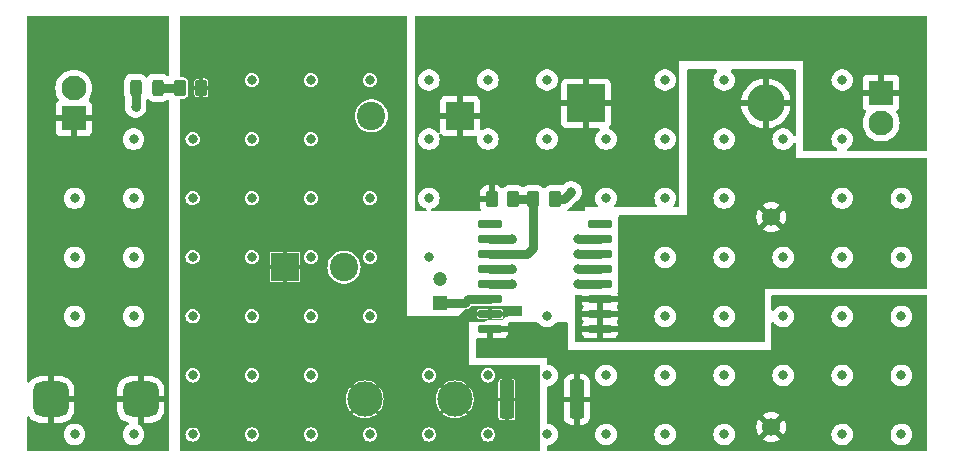
<source format=gbr>
%TF.GenerationSoftware,KiCad,Pcbnew,7.0.7*%
%TF.CreationDate,2023-09-13T14:26:25-04:00*%
%TF.ProjectId,Alim12,416c696d-3132-42e6-9b69-6361645f7063,rev?*%
%TF.SameCoordinates,Original*%
%TF.FileFunction,Copper,L1,Top*%
%TF.FilePolarity,Positive*%
%FSLAX46Y46*%
G04 Gerber Fmt 4.6, Leading zero omitted, Abs format (unit mm)*
G04 Created by KiCad (PCBNEW 7.0.7) date 2023-09-13 14:26:25*
%MOMM*%
%LPD*%
G01*
G04 APERTURE LIST*
G04 Aperture macros list*
%AMRoundRect*
0 Rectangle with rounded corners*
0 $1 Rounding radius*
0 $2 $3 $4 $5 $6 $7 $8 $9 X,Y pos of 4 corners*
0 Add a 4 corners polygon primitive as box body*
4,1,4,$2,$3,$4,$5,$6,$7,$8,$9,$2,$3,0*
0 Add four circle primitives for the rounded corners*
1,1,$1+$1,$2,$3*
1,1,$1+$1,$4,$5*
1,1,$1+$1,$6,$7*
1,1,$1+$1,$8,$9*
0 Add four rect primitives between the rounded corners*
20,1,$1+$1,$2,$3,$4,$5,0*
20,1,$1+$1,$4,$5,$6,$7,0*
20,1,$1+$1,$6,$7,$8,$9,0*
20,1,$1+$1,$8,$9,$2,$3,0*%
G04 Aperture macros list end*
%TA.AperFunction,ComponentPad*%
%ADD10R,2.400000X2.400000*%
%TD*%
%TA.AperFunction,ComponentPad*%
%ADD11C,2.400000*%
%TD*%
%TA.AperFunction,ComponentPad*%
%ADD12R,2.100000X2.100000*%
%TD*%
%TA.AperFunction,ComponentPad*%
%ADD13C,2.100000*%
%TD*%
%TA.AperFunction,SMDPad,CuDef*%
%ADD14RoundRect,0.250000X0.262500X0.450000X-0.262500X0.450000X-0.262500X-0.450000X0.262500X-0.450000X0*%
%TD*%
%TA.AperFunction,SMDPad,CuDef*%
%ADD15RoundRect,0.250000X0.362500X1.425000X-0.362500X1.425000X-0.362500X-1.425000X0.362500X-1.425000X0*%
%TD*%
%TA.AperFunction,ComponentPad*%
%ADD16C,1.524000*%
%TD*%
%TA.AperFunction,SMDPad,CuDef*%
%ADD17RoundRect,0.243750X-0.243750X-0.456250X0.243750X-0.456250X0.243750X0.456250X-0.243750X0.456250X0*%
%TD*%
%TA.AperFunction,SMDPad,CuDef*%
%ADD18RoundRect,0.250000X-0.262500X-0.450000X0.262500X-0.450000X0.262500X0.450000X-0.262500X0.450000X0*%
%TD*%
%TA.AperFunction,SMDPad,CuDef*%
%ADD19RoundRect,0.030000X-0.970000X-0.270000X0.970000X-0.270000X0.970000X0.270000X-0.970000X0.270000X0*%
%TD*%
%TA.AperFunction,ComponentPad*%
%ADD20RoundRect,0.750000X-0.750000X-0.750000X0.750000X-0.750000X0.750000X0.750000X-0.750000X0.750000X0*%
%TD*%
%TA.AperFunction,ComponentPad*%
%ADD21C,3.000000*%
%TD*%
%TA.AperFunction,ComponentPad*%
%ADD22R,3.200000X3.200000*%
%TD*%
%TA.AperFunction,ComponentPad*%
%ADD23O,3.200000X3.200000*%
%TD*%
%TA.AperFunction,ComponentPad*%
%ADD24R,1.200000X1.200000*%
%TD*%
%TA.AperFunction,ComponentPad*%
%ADD25C,1.200000*%
%TD*%
%TA.AperFunction,ViaPad*%
%ADD26C,0.800000*%
%TD*%
%TA.AperFunction,Conductor*%
%ADD27C,0.750000*%
%TD*%
%TA.AperFunction,Conductor*%
%ADD28C,0.250000*%
%TD*%
G04 APERTURE END LIST*
D10*
%TO.P,C3,1*%
%TO.N,Net-(D1-K)*%
X139160000Y-96030000D03*
D11*
%TO.P,C3,2*%
%TO.N,GND*%
X131660000Y-96030000D03*
%TD*%
D12*
%TO.P,J3,1,Pin_1*%
%TO.N,Net-(D1-K)*%
X174820000Y-94090000D03*
D13*
%TO.P,J3,2,Pin_2*%
%TO.N,GND*%
X174820000Y-96630000D03*
%TD*%
D10*
%TO.P,C1,1*%
%TO.N,Net-(U1-VCC)*%
X124350000Y-108830000D03*
D11*
%TO.P,C1,2*%
%TO.N,GND*%
X129350000Y-108830000D03*
%TD*%
D14*
%TO.P,R3,1*%
%TO.N,Net-(U1-Feedback_1)*%
X143672500Y-103070000D03*
%TO.P,R3,2*%
%TO.N,Net-(D1-K)*%
X141847500Y-103070000D03*
%TD*%
D15*
%TO.P,R1,1*%
%TO.N,Net-(U1-Ipk_Sense)*%
X149060000Y-120040000D03*
%TO.P,R1,2*%
%TO.N,Net-(U1-VCC)*%
X143135000Y-120040000D03*
%TD*%
D16*
%TO.P,L1,1,1*%
%TO.N,Net-(U1-Ipk_Sense)*%
X165530000Y-122370000D03*
%TO.P,L1,2,2*%
%TO.N,Net-(D1-A)*%
X165530000Y-104590000D03*
%TD*%
D14*
%TO.P,R5,1*%
%TO.N,Net-(U1-VCC)*%
X117260000Y-93660000D03*
%TO.P,R5,2*%
%TO.N,Net-(D2-A)*%
X115435000Y-93660000D03*
%TD*%
D17*
%TO.P,D2,1,K*%
%TO.N,GND*%
X111715000Y-93660000D03*
%TO.P,D2,2,A*%
%TO.N,Net-(D2-A)*%
X113590000Y-93660000D03*
%TD*%
D18*
%TO.P,R2,1*%
%TO.N,Net-(U1-Feedback_1)*%
X145345000Y-103070000D03*
%TO.P,R2,2*%
%TO.N,GND*%
X147170000Y-103070000D03*
%TD*%
D19*
%TO.P,U1,1,LVI_Output*%
%TO.N,unconnected-(U1-LVI_Output-Pad1)*%
X141720000Y-105180000D03*
%TO.P,U1,2,Feedback_2*%
%TO.N,GND*%
X141720000Y-106450000D03*
%TO.P,U1,3,Feedback_1*%
%TO.N,Net-(U1-Feedback_1)*%
X141720000Y-107720000D03*
%TO.P,U1,4,gnd*%
%TO.N,GND*%
X141720000Y-108990000D03*
%TO.P,U1,5,gnd*%
X141720000Y-110260000D03*
%TO.P,U1,6,timing_capacitor*%
%TO.N,Net-(U1-timing_capacitor)*%
X141720000Y-111530000D03*
%TO.P,U1,7,VCC*%
%TO.N,Net-(U1-VCC)*%
X141720000Y-112800000D03*
%TO.P,U1,8,Ipk_Sense*%
%TO.N,Net-(U1-Ipk_Sense)*%
X141720000Y-114070000D03*
%TO.P,U1,9,driver*%
%TO.N,Net-(D1-A)*%
X151020000Y-114070000D03*
%TO.P,U1,10,switch*%
X151020000Y-112800000D03*
%TO.P,U1,11,switch*%
X151020000Y-111530000D03*
%TO.P,U1,12,gnd*%
%TO.N,GND*%
X151020000Y-110260000D03*
%TO.P,U1,13,gnd*%
X151020000Y-108990000D03*
%TO.P,U1,14,switch_E*%
X151020000Y-107720000D03*
%TO.P,U1,15,switch_E*%
X151020000Y-106450000D03*
%TO.P,U1,16,Boostrap*%
%TO.N,unconnected-(U1-Boostrap-Pad16)*%
X151020000Y-105180000D03*
%TD*%
D12*
%TO.P,J1,1,Pin_1*%
%TO.N,Net-(J1-Pin_1)*%
X106470000Y-96220000D03*
D13*
%TO.P,J1,2,Pin_2*%
%TO.N,GND*%
X106470000Y-93680000D03*
%TD*%
D20*
%TO.P,F1,1*%
%TO.N,Net-(J1-Pin_1)*%
X104515000Y-120030000D03*
X112135000Y-120030000D03*
D21*
%TO.P,F1,2*%
%TO.N,Net-(U1-VCC)*%
X131105000Y-120030000D03*
X138725000Y-120030000D03*
%TD*%
D22*
%TO.P,D1,1,K*%
%TO.N,Net-(D1-K)*%
X149820000Y-94970000D03*
D23*
%TO.P,D1,2,A*%
%TO.N,Net-(D1-A)*%
X165060000Y-94970000D03*
%TD*%
D24*
%TO.P,C2,1*%
%TO.N,Net-(U1-timing_capacitor)*%
X137490000Y-111832599D03*
D25*
%TO.P,C2,2*%
%TO.N,GND*%
X137490000Y-109832599D03*
%TD*%
D26*
%TO.N,GND*%
X176531517Y-123001750D03*
X176531517Y-118001750D03*
X176531517Y-113001750D03*
X176531517Y-108001750D03*
X176531517Y-103001750D03*
X171531517Y-123001750D03*
X171531517Y-118001750D03*
X171531517Y-113001750D03*
X171531517Y-108001750D03*
X171531517Y-103001750D03*
X171531517Y-98001750D03*
X171531517Y-93001750D03*
X166531517Y-118001750D03*
X166531517Y-113001750D03*
X166531517Y-108001750D03*
X166531517Y-98001750D03*
X161531517Y-123001750D03*
X161531517Y-118001750D03*
X161531517Y-113001750D03*
X161531517Y-108001750D03*
X161531517Y-103001750D03*
X161531517Y-98001750D03*
X161531517Y-93001750D03*
X156531517Y-123001750D03*
X156531517Y-118001750D03*
X156531517Y-113001750D03*
X156531517Y-108001750D03*
X156531517Y-103001750D03*
X156531517Y-98001750D03*
X156531517Y-93001750D03*
X151531517Y-123001750D03*
X151531517Y-118001750D03*
X151531517Y-103001750D03*
X151531517Y-98001750D03*
X146531517Y-123001750D03*
X146531517Y-118001750D03*
X146531517Y-113001750D03*
X146531517Y-98001750D03*
X146531517Y-93001750D03*
X141531517Y-123001750D03*
X141531517Y-118001750D03*
X141531517Y-98001750D03*
X141531517Y-93001750D03*
X136531517Y-123001750D03*
X136531517Y-118001750D03*
X136531517Y-108001750D03*
X136531517Y-103001750D03*
X136531517Y-98001750D03*
X136531517Y-93001750D03*
X131531517Y-123001750D03*
X131531517Y-113001750D03*
X131531517Y-108001750D03*
X131531517Y-103001750D03*
X131531517Y-93001750D03*
X126531517Y-123001750D03*
X126531517Y-118001750D03*
X126531517Y-113001750D03*
X126531517Y-108001750D03*
X126531517Y-103001750D03*
X126531517Y-98001750D03*
X126531517Y-93001750D03*
X121531517Y-123001750D03*
X121531517Y-118001750D03*
X121531517Y-113001750D03*
X121531517Y-108001750D03*
X121531517Y-103001750D03*
X121531517Y-98001750D03*
X121531517Y-93001750D03*
X116531517Y-123001750D03*
X116531517Y-118001750D03*
X116531517Y-113001750D03*
X116531517Y-108001750D03*
X116531517Y-103001750D03*
X116531517Y-98001750D03*
X111531517Y-123001750D03*
X111531517Y-113001750D03*
X111531517Y-108001750D03*
X111531517Y-103001750D03*
X111531517Y-98001750D03*
X106531517Y-123001750D03*
X106531517Y-113001750D03*
X106531517Y-108001750D03*
X106531517Y-103001750D03*
X149200000Y-108990000D03*
X143540000Y-106450000D03*
X149190000Y-107720000D03*
X111710000Y-95290000D03*
X143530000Y-108990000D03*
X149200000Y-106450000D03*
X143540000Y-110260000D03*
X149200000Y-110260000D03*
X148570000Y-102460000D03*
%TD*%
D27*
%TO.N,Net-(U1-Feedback_1)*%
X143672500Y-103070000D02*
X145345000Y-103070000D01*
X141720000Y-107720000D02*
X144880000Y-107720000D01*
X144880000Y-107720000D02*
X145345000Y-107255000D01*
X145345000Y-107255000D02*
X145345000Y-103070000D01*
%TO.N,GND*%
X141720000Y-110260000D02*
X143540000Y-110260000D01*
X147960000Y-103070000D02*
X148570000Y-102460000D01*
X151020000Y-107720000D02*
X149190000Y-107720000D01*
X151020000Y-108990000D02*
X149200000Y-108990000D01*
X141720000Y-106450000D02*
X143540000Y-106450000D01*
X151020000Y-106450000D02*
X149200000Y-106450000D01*
X111715000Y-93660000D02*
X111715000Y-95285000D01*
X147170000Y-103070000D02*
X147960000Y-103070000D01*
X151020000Y-110260000D02*
X149200000Y-110260000D01*
X141720000Y-108990000D02*
X143530000Y-108990000D01*
D28*
X111715000Y-95285000D02*
X111710000Y-95290000D01*
D27*
%TO.N,Net-(U1-timing_capacitor)*%
X141720000Y-111530000D02*
X139870000Y-111530000D01*
D28*
X139560000Y-111840000D02*
X139552599Y-111832599D01*
D27*
X139552599Y-111832599D02*
X137490000Y-111832599D01*
X139870000Y-111530000D02*
X139560000Y-111840000D01*
%TO.N,Net-(D2-A)*%
X113590000Y-93660000D02*
X115435000Y-93660000D01*
%TD*%
%TA.AperFunction,Conductor*%
%TO.N,Net-(D1-A)*%
G36*
X160912444Y-92119685D02*
G01*
X160958199Y-92172489D01*
X160968143Y-92241647D01*
X160939118Y-92305203D01*
X160924865Y-92318283D01*
X160925093Y-92318536D01*
X160920263Y-92322884D01*
X160792476Y-92464807D01*
X160696990Y-92630193D01*
X160696987Y-92630200D01*
X160681866Y-92676739D01*
X160637975Y-92811822D01*
X160618013Y-93001750D01*
X160637975Y-93191678D01*
X160637976Y-93191681D01*
X160696987Y-93373299D01*
X160696990Y-93373306D01*
X160792477Y-93538694D01*
X160920264Y-93680616D01*
X161074765Y-93792868D01*
X161249229Y-93870544D01*
X161436030Y-93910250D01*
X161627004Y-93910250D01*
X161813805Y-93870544D01*
X161988269Y-93792868D01*
X162142770Y-93680616D01*
X162270557Y-93538694D01*
X162366044Y-93373306D01*
X162425059Y-93191678D01*
X162445021Y-93001750D01*
X162425059Y-92811822D01*
X162366044Y-92630194D01*
X162270557Y-92464806D01*
X162142770Y-92322884D01*
X162142769Y-92322884D01*
X162137941Y-92318536D01*
X162139203Y-92317133D01*
X162102078Y-92268987D01*
X162096099Y-92199374D01*
X162128705Y-92137579D01*
X162189544Y-92103222D01*
X162217629Y-92100000D01*
X167486000Y-92100000D01*
X167553039Y-92119685D01*
X167598794Y-92172489D01*
X167610000Y-92224000D01*
X167610000Y-97598107D01*
X167590315Y-97665146D01*
X167537511Y-97710901D01*
X167468353Y-97720845D01*
X167404797Y-97691820D01*
X167368069Y-97636426D01*
X167366045Y-97630197D01*
X167366044Y-97630196D01*
X167366044Y-97630194D01*
X167270557Y-97464806D01*
X167142770Y-97322884D01*
X166988269Y-97210632D01*
X166813805Y-97132956D01*
X166813803Y-97132955D01*
X166627004Y-97093250D01*
X166436030Y-97093250D01*
X166249231Y-97132955D01*
X166074763Y-97210633D01*
X165920262Y-97322885D01*
X165792476Y-97464807D01*
X165696990Y-97630193D01*
X165696987Y-97630200D01*
X165676966Y-97691820D01*
X165637975Y-97811822D01*
X165618013Y-98001750D01*
X165637975Y-98191678D01*
X165637976Y-98191681D01*
X165696987Y-98373299D01*
X165696989Y-98373303D01*
X165696990Y-98373306D01*
X165792477Y-98538694D01*
X165920264Y-98680616D01*
X166074765Y-98792868D01*
X166249229Y-98870544D01*
X166436030Y-98910250D01*
X166627004Y-98910250D01*
X166813805Y-98870544D01*
X166988269Y-98792868D01*
X167142770Y-98680616D01*
X167270557Y-98538694D01*
X167366044Y-98373306D01*
X167368068Y-98367075D01*
X167407505Y-98309400D01*
X167471863Y-98282200D01*
X167540710Y-98294114D01*
X167592186Y-98341357D01*
X167610000Y-98405391D01*
X167610000Y-99560000D01*
X178615500Y-99560000D01*
X178682539Y-99579685D01*
X178728294Y-99632489D01*
X178739500Y-99684000D01*
X178739500Y-110536000D01*
X178719815Y-110603039D01*
X178667011Y-110648794D01*
X178615500Y-110660000D01*
X165020000Y-110660000D01*
X165020000Y-115046377D01*
X165000315Y-115113416D01*
X164947511Y-115159171D01*
X164895923Y-115170377D01*
X149013653Y-115160543D01*
X148946626Y-115140817D01*
X148900904Y-115087985D01*
X148889730Y-115036594D01*
X148889450Y-114320000D01*
X149520000Y-114320000D01*
X149520000Y-114381487D01*
X149530227Y-114466663D01*
X149583676Y-114602201D01*
X149671710Y-114718289D01*
X149787798Y-114806323D01*
X149923336Y-114859772D01*
X150008512Y-114870000D01*
X150770000Y-114870000D01*
X150770000Y-114320000D01*
X151270000Y-114320000D01*
X151270000Y-114870000D01*
X152031488Y-114870000D01*
X152116663Y-114859772D01*
X152252201Y-114806323D01*
X152368289Y-114718289D01*
X152456323Y-114602201D01*
X152509772Y-114466663D01*
X152520000Y-114381487D01*
X152520000Y-114320000D01*
X151270000Y-114320000D01*
X150770000Y-114320000D01*
X149520000Y-114320000D01*
X148889450Y-114320000D01*
X148888953Y-113050000D01*
X149520000Y-113050000D01*
X149520000Y-113111487D01*
X149530227Y-113196663D01*
X149583677Y-113332203D01*
X149604813Y-113360075D01*
X149629636Y-113425387D01*
X149615208Y-113493751D01*
X149604813Y-113509925D01*
X149583677Y-113537796D01*
X149530227Y-113673336D01*
X149520000Y-113758512D01*
X149520000Y-113820000D01*
X150770000Y-113820000D01*
X150770000Y-113050000D01*
X151270000Y-113050000D01*
X151270000Y-113820000D01*
X152520000Y-113820000D01*
X152520000Y-113758512D01*
X152509772Y-113673336D01*
X152456323Y-113537798D01*
X152435187Y-113509927D01*
X152410363Y-113444615D01*
X152424790Y-113376251D01*
X152435187Y-113360073D01*
X152456323Y-113332201D01*
X152509772Y-113196663D01*
X152520000Y-113111487D01*
X152520000Y-113050000D01*
X151270000Y-113050000D01*
X150770000Y-113050000D01*
X149520000Y-113050000D01*
X148888953Y-113050000D01*
X148888934Y-113001750D01*
X155618013Y-113001750D01*
X155637975Y-113191678D01*
X155637976Y-113191681D01*
X155696987Y-113373299D01*
X155696990Y-113373306D01*
X155792477Y-113538694D01*
X155920264Y-113680616D01*
X156074765Y-113792868D01*
X156249229Y-113870544D01*
X156436030Y-113910250D01*
X156627004Y-113910250D01*
X156813805Y-113870544D01*
X156988269Y-113792868D01*
X157142770Y-113680616D01*
X157270557Y-113538694D01*
X157366044Y-113373306D01*
X157425059Y-113191678D01*
X157445021Y-113001750D01*
X160618013Y-113001750D01*
X160637975Y-113191678D01*
X160637976Y-113191681D01*
X160696987Y-113373299D01*
X160696990Y-113373306D01*
X160792477Y-113538694D01*
X160920264Y-113680616D01*
X161074765Y-113792868D01*
X161249229Y-113870544D01*
X161436030Y-113910250D01*
X161627004Y-113910250D01*
X161813805Y-113870544D01*
X161988269Y-113792868D01*
X162142770Y-113680616D01*
X162270557Y-113538694D01*
X162366044Y-113373306D01*
X162425059Y-113191678D01*
X162445021Y-113001750D01*
X162425059Y-112811822D01*
X162366044Y-112630194D01*
X162270557Y-112464806D01*
X162142770Y-112322884D01*
X161988269Y-112210632D01*
X161813805Y-112132956D01*
X161813803Y-112132955D01*
X161627004Y-112093250D01*
X161436030Y-112093250D01*
X161249231Y-112132955D01*
X161074763Y-112210633D01*
X160920262Y-112322885D01*
X160792476Y-112464807D01*
X160696990Y-112630193D01*
X160696987Y-112630200D01*
X160637976Y-112811818D01*
X160637975Y-112811822D01*
X160618013Y-113001750D01*
X157445021Y-113001750D01*
X157425059Y-112811822D01*
X157366044Y-112630194D01*
X157270557Y-112464806D01*
X157142770Y-112322884D01*
X156988269Y-112210632D01*
X156813805Y-112132956D01*
X156813803Y-112132955D01*
X156627004Y-112093250D01*
X156436030Y-112093250D01*
X156249231Y-112132955D01*
X156074763Y-112210633D01*
X155920262Y-112322885D01*
X155792476Y-112464807D01*
X155696990Y-112630193D01*
X155696987Y-112630200D01*
X155637976Y-112811818D01*
X155637975Y-112811822D01*
X155618013Y-113001750D01*
X148888934Y-113001750D01*
X148888456Y-111780000D01*
X149520000Y-111780000D01*
X149520000Y-111841487D01*
X149530227Y-111926663D01*
X149583677Y-112062203D01*
X149604813Y-112090075D01*
X149629636Y-112155387D01*
X149615208Y-112223751D01*
X149604813Y-112239925D01*
X149583677Y-112267796D01*
X149530227Y-112403336D01*
X149520000Y-112488512D01*
X149520000Y-112550000D01*
X150770000Y-112550000D01*
X150770000Y-111780000D01*
X151270000Y-111780000D01*
X151270000Y-112550000D01*
X152520000Y-112550000D01*
X152520000Y-112488512D01*
X152509772Y-112403336D01*
X152456322Y-112267796D01*
X152435186Y-112239924D01*
X152410363Y-112174613D01*
X152424791Y-112106249D01*
X152435188Y-112090071D01*
X152456323Y-112062201D01*
X152509772Y-111926663D01*
X152520000Y-111841487D01*
X152520000Y-111780000D01*
X151270000Y-111780000D01*
X150770000Y-111780000D01*
X149520000Y-111780000D01*
X148888456Y-111780000D01*
X148888259Y-111275705D01*
X148907916Y-111208661D01*
X148960702Y-111162886D01*
X149029857Y-111152915D01*
X149038021Y-111154366D01*
X149104513Y-111168500D01*
X149104514Y-111168500D01*
X149295487Y-111168500D01*
X149370219Y-111152615D01*
X149439886Y-111157931D01*
X149495620Y-111200068D01*
X149519725Y-111265647D01*
X149520000Y-111273905D01*
X149520000Y-111280000D01*
X152520000Y-111280000D01*
X152520000Y-111218512D01*
X152509771Y-111133333D01*
X152492482Y-111089490D01*
X152486200Y-111019904D01*
X152518537Y-110957967D01*
X152573239Y-110926760D01*
X152580000Y-110920000D01*
X152580000Y-108001750D01*
X155618013Y-108001750D01*
X155637975Y-108191678D01*
X155637976Y-108191681D01*
X155696987Y-108373299D01*
X155696990Y-108373306D01*
X155792477Y-108538694D01*
X155920264Y-108680616D01*
X156074765Y-108792868D01*
X156249229Y-108870544D01*
X156436030Y-108910250D01*
X156627004Y-108910250D01*
X156813805Y-108870544D01*
X156988269Y-108792868D01*
X157142770Y-108680616D01*
X157270557Y-108538694D01*
X157366044Y-108373306D01*
X157425059Y-108191678D01*
X157445021Y-108001750D01*
X160618013Y-108001750D01*
X160637975Y-108191678D01*
X160637976Y-108191681D01*
X160696987Y-108373299D01*
X160696990Y-108373306D01*
X160792477Y-108538694D01*
X160920264Y-108680616D01*
X161074765Y-108792868D01*
X161249229Y-108870544D01*
X161436030Y-108910250D01*
X161627004Y-108910250D01*
X161813805Y-108870544D01*
X161988269Y-108792868D01*
X162142770Y-108680616D01*
X162270557Y-108538694D01*
X162366044Y-108373306D01*
X162425059Y-108191678D01*
X162445021Y-108001750D01*
X165618013Y-108001750D01*
X165637975Y-108191678D01*
X165637976Y-108191681D01*
X165696987Y-108373299D01*
X165696990Y-108373306D01*
X165792477Y-108538694D01*
X165920264Y-108680616D01*
X166074765Y-108792868D01*
X166249229Y-108870544D01*
X166436030Y-108910250D01*
X166627004Y-108910250D01*
X166813805Y-108870544D01*
X166988269Y-108792868D01*
X167142770Y-108680616D01*
X167270557Y-108538694D01*
X167366044Y-108373306D01*
X167425059Y-108191678D01*
X167445021Y-108001750D01*
X170618013Y-108001750D01*
X170637975Y-108191678D01*
X170637976Y-108191681D01*
X170696987Y-108373299D01*
X170696990Y-108373306D01*
X170792477Y-108538694D01*
X170920264Y-108680616D01*
X171074765Y-108792868D01*
X171249229Y-108870544D01*
X171436030Y-108910250D01*
X171627004Y-108910250D01*
X171813805Y-108870544D01*
X171988269Y-108792868D01*
X172142770Y-108680616D01*
X172270557Y-108538694D01*
X172366044Y-108373306D01*
X172425059Y-108191678D01*
X172445021Y-108001750D01*
X175618013Y-108001750D01*
X175637975Y-108191678D01*
X175637976Y-108191681D01*
X175696987Y-108373299D01*
X175696990Y-108373306D01*
X175792477Y-108538694D01*
X175920264Y-108680616D01*
X176074765Y-108792868D01*
X176249229Y-108870544D01*
X176436030Y-108910250D01*
X176627004Y-108910250D01*
X176813805Y-108870544D01*
X176988269Y-108792868D01*
X177142770Y-108680616D01*
X177270557Y-108538694D01*
X177366044Y-108373306D01*
X177425059Y-108191678D01*
X177445021Y-108001750D01*
X177425059Y-107811822D01*
X177366044Y-107630194D01*
X177270557Y-107464806D01*
X177142770Y-107322884D01*
X176988269Y-107210632D01*
X176813805Y-107132956D01*
X176813803Y-107132955D01*
X176627004Y-107093250D01*
X176436030Y-107093250D01*
X176249231Y-107132955D01*
X176074763Y-107210633D01*
X175920262Y-107322885D01*
X175792476Y-107464807D01*
X175696990Y-107630193D01*
X175696987Y-107630200D01*
X175637976Y-107811818D01*
X175637975Y-107811822D01*
X175618013Y-108001750D01*
X172445021Y-108001750D01*
X172425059Y-107811822D01*
X172366044Y-107630194D01*
X172270557Y-107464806D01*
X172142770Y-107322884D01*
X171988269Y-107210632D01*
X171813805Y-107132956D01*
X171813803Y-107132955D01*
X171627004Y-107093250D01*
X171436030Y-107093250D01*
X171249231Y-107132955D01*
X171074763Y-107210633D01*
X170920262Y-107322885D01*
X170792476Y-107464807D01*
X170696990Y-107630193D01*
X170696987Y-107630200D01*
X170637976Y-107811818D01*
X170637975Y-107811822D01*
X170618013Y-108001750D01*
X167445021Y-108001750D01*
X167425059Y-107811822D01*
X167366044Y-107630194D01*
X167270557Y-107464806D01*
X167142770Y-107322884D01*
X166988269Y-107210632D01*
X166813805Y-107132956D01*
X166813803Y-107132955D01*
X166627004Y-107093250D01*
X166436030Y-107093250D01*
X166249231Y-107132955D01*
X166074763Y-107210633D01*
X165920262Y-107322885D01*
X165792476Y-107464807D01*
X165696990Y-107630193D01*
X165696987Y-107630200D01*
X165637976Y-107811818D01*
X165637975Y-107811822D01*
X165618013Y-108001750D01*
X162445021Y-108001750D01*
X162425059Y-107811822D01*
X162366044Y-107630194D01*
X162270557Y-107464806D01*
X162142770Y-107322884D01*
X161988269Y-107210632D01*
X161813805Y-107132956D01*
X161813803Y-107132955D01*
X161627004Y-107093250D01*
X161436030Y-107093250D01*
X161249231Y-107132955D01*
X161074763Y-107210633D01*
X160920262Y-107322885D01*
X160792476Y-107464807D01*
X160696990Y-107630193D01*
X160696987Y-107630200D01*
X160637976Y-107811818D01*
X160637975Y-107811822D01*
X160618013Y-108001750D01*
X157445021Y-108001750D01*
X157425059Y-107811822D01*
X157366044Y-107630194D01*
X157270557Y-107464806D01*
X157142770Y-107322884D01*
X156988269Y-107210632D01*
X156813805Y-107132956D01*
X156813803Y-107132955D01*
X156627004Y-107093250D01*
X156436030Y-107093250D01*
X156249231Y-107132955D01*
X156074763Y-107210633D01*
X155920262Y-107322885D01*
X155792476Y-107464807D01*
X155696990Y-107630193D01*
X155696987Y-107630200D01*
X155637976Y-107811818D01*
X155637975Y-107811822D01*
X155618013Y-108001750D01*
X152580000Y-108001750D01*
X152580000Y-104590000D01*
X164263179Y-104590000D01*
X164282424Y-104809976D01*
X164282426Y-104809986D01*
X164339575Y-105023270D01*
X164339580Y-105023284D01*
X164432899Y-105223407D01*
X164432900Y-105223409D01*
X164478258Y-105288187D01*
X165007050Y-104759395D01*
X165068373Y-104725910D01*
X165138064Y-104730894D01*
X165193998Y-104772765D01*
X165198539Y-104779254D01*
X165245813Y-104851612D01*
X165346157Y-104929713D01*
X165346160Y-104929714D01*
X165346511Y-104929987D01*
X165387324Y-104986697D01*
X165390999Y-105056470D01*
X165358030Y-105115522D01*
X164831811Y-105641741D01*
X164896582Y-105687094D01*
X164896592Y-105687100D01*
X165096715Y-105780419D01*
X165096729Y-105780424D01*
X165310013Y-105837573D01*
X165310023Y-105837575D01*
X165529999Y-105856821D01*
X165530001Y-105856821D01*
X165749976Y-105837575D01*
X165749986Y-105837573D01*
X165963270Y-105780424D01*
X165963284Y-105780419D01*
X166163408Y-105687100D01*
X166163420Y-105687093D01*
X166228186Y-105641742D01*
X166228187Y-105641740D01*
X165699276Y-105112829D01*
X165665791Y-105051506D01*
X165670775Y-104981814D01*
X165712647Y-104925881D01*
X165727933Y-104916097D01*
X165767251Y-104894820D01*
X165853371Y-104801269D01*
X165854083Y-104799643D01*
X165855652Y-104797777D01*
X165858992Y-104792666D01*
X165859609Y-104793069D01*
X165899036Y-104746158D01*
X165965770Y-104725464D01*
X166033099Y-104744135D01*
X166055322Y-104761769D01*
X166581740Y-105288187D01*
X166581742Y-105288186D01*
X166627093Y-105223420D01*
X166627100Y-105223408D01*
X166720419Y-105023284D01*
X166720424Y-105023270D01*
X166777573Y-104809986D01*
X166777575Y-104809976D01*
X166796821Y-104590000D01*
X166796821Y-104589999D01*
X166777575Y-104370023D01*
X166777573Y-104370013D01*
X166720424Y-104156729D01*
X166720420Y-104156720D01*
X166627098Y-103956590D01*
X166581740Y-103891811D01*
X166052949Y-104420602D01*
X165991626Y-104454087D01*
X165921934Y-104449103D01*
X165866001Y-104407231D01*
X165861460Y-104400743D01*
X165814189Y-104328391D01*
X165814187Y-104328388D01*
X165758673Y-104285180D01*
X165713843Y-104250287D01*
X165713840Y-104250285D01*
X165713488Y-104250012D01*
X165672675Y-104193301D01*
X165669000Y-104123529D01*
X165701969Y-104064477D01*
X166228187Y-103538258D01*
X166163409Y-103492900D01*
X166163407Y-103492899D01*
X165963284Y-103399580D01*
X165963270Y-103399575D01*
X165749986Y-103342426D01*
X165749976Y-103342424D01*
X165530001Y-103323179D01*
X165529999Y-103323179D01*
X165310023Y-103342424D01*
X165310013Y-103342426D01*
X165096729Y-103399575D01*
X165096720Y-103399579D01*
X164896586Y-103492903D01*
X164831812Y-103538257D01*
X164831811Y-103538258D01*
X165360723Y-104067170D01*
X165394208Y-104128493D01*
X165389224Y-104198185D01*
X165347352Y-104254118D01*
X165332059Y-104263906D01*
X165292749Y-104285179D01*
X165292748Y-104285179D01*
X165206626Y-104378733D01*
X165206626Y-104378734D01*
X165205911Y-104380365D01*
X165204340Y-104382233D01*
X165201008Y-104387334D01*
X165200391Y-104386931D01*
X165160952Y-104433849D01*
X165094215Y-104454535D01*
X165026888Y-104435857D01*
X165004677Y-104418230D01*
X164478258Y-103891811D01*
X164478257Y-103891812D01*
X164432903Y-103956586D01*
X164339579Y-104156720D01*
X164339575Y-104156729D01*
X164282426Y-104370013D01*
X164282424Y-104370023D01*
X164263179Y-104589999D01*
X164263179Y-104590000D01*
X152580000Y-104590000D01*
X152580000Y-104554000D01*
X152599685Y-104486961D01*
X152652489Y-104441206D01*
X152704000Y-104430000D01*
X158350000Y-104430000D01*
X158350000Y-103001750D01*
X160618013Y-103001750D01*
X160637975Y-103191678D01*
X160637976Y-103191681D01*
X160696987Y-103373299D01*
X160696990Y-103373306D01*
X160792477Y-103538694D01*
X160920264Y-103680616D01*
X161074765Y-103792868D01*
X161249229Y-103870544D01*
X161436030Y-103910250D01*
X161627004Y-103910250D01*
X161813805Y-103870544D01*
X161988269Y-103792868D01*
X162142770Y-103680616D01*
X162270557Y-103538694D01*
X162366044Y-103373306D01*
X162425059Y-103191678D01*
X162445021Y-103001750D01*
X170618013Y-103001750D01*
X170637975Y-103191678D01*
X170637976Y-103191681D01*
X170696987Y-103373299D01*
X170696990Y-103373306D01*
X170792477Y-103538694D01*
X170920264Y-103680616D01*
X171074765Y-103792868D01*
X171249229Y-103870544D01*
X171436030Y-103910250D01*
X171627004Y-103910250D01*
X171813805Y-103870544D01*
X171988269Y-103792868D01*
X172142770Y-103680616D01*
X172270557Y-103538694D01*
X172366044Y-103373306D01*
X172425059Y-103191678D01*
X172445021Y-103001750D01*
X175618013Y-103001750D01*
X175637975Y-103191678D01*
X175637976Y-103191681D01*
X175696987Y-103373299D01*
X175696990Y-103373306D01*
X175792477Y-103538694D01*
X175920264Y-103680616D01*
X176074765Y-103792868D01*
X176249229Y-103870544D01*
X176436030Y-103910250D01*
X176627004Y-103910250D01*
X176813805Y-103870544D01*
X176988269Y-103792868D01*
X177142770Y-103680616D01*
X177270557Y-103538694D01*
X177366044Y-103373306D01*
X177425059Y-103191678D01*
X177445021Y-103001750D01*
X177425059Y-102811822D01*
X177366044Y-102630194D01*
X177270557Y-102464806D01*
X177142770Y-102322884D01*
X176988269Y-102210632D01*
X176813805Y-102132956D01*
X176813803Y-102132955D01*
X176627004Y-102093250D01*
X176436030Y-102093250D01*
X176249231Y-102132955D01*
X176074763Y-102210633D01*
X175920262Y-102322885D01*
X175792476Y-102464807D01*
X175696990Y-102630193D01*
X175696987Y-102630200D01*
X175657530Y-102751637D01*
X175637975Y-102811822D01*
X175618013Y-103001750D01*
X172445021Y-103001750D01*
X172425059Y-102811822D01*
X172366044Y-102630194D01*
X172270557Y-102464806D01*
X172142770Y-102322884D01*
X171988269Y-102210632D01*
X171813805Y-102132956D01*
X171813803Y-102132955D01*
X171627004Y-102093250D01*
X171436030Y-102093250D01*
X171249231Y-102132955D01*
X171074763Y-102210633D01*
X170920262Y-102322885D01*
X170792476Y-102464807D01*
X170696990Y-102630193D01*
X170696987Y-102630200D01*
X170657530Y-102751637D01*
X170637975Y-102811822D01*
X170618013Y-103001750D01*
X162445021Y-103001750D01*
X162425059Y-102811822D01*
X162366044Y-102630194D01*
X162270557Y-102464806D01*
X162142770Y-102322884D01*
X161988269Y-102210632D01*
X161813805Y-102132956D01*
X161813803Y-102132955D01*
X161627004Y-102093250D01*
X161436030Y-102093250D01*
X161249231Y-102132955D01*
X161074763Y-102210633D01*
X160920262Y-102322885D01*
X160792476Y-102464807D01*
X160696990Y-102630193D01*
X160696987Y-102630200D01*
X160657530Y-102751637D01*
X160637975Y-102811822D01*
X160618013Y-103001750D01*
X158350000Y-103001750D01*
X158350000Y-98001750D01*
X160618013Y-98001750D01*
X160637975Y-98191678D01*
X160637976Y-98191681D01*
X160696987Y-98373299D01*
X160696989Y-98373303D01*
X160696990Y-98373306D01*
X160792477Y-98538694D01*
X160920264Y-98680616D01*
X161074765Y-98792868D01*
X161249229Y-98870544D01*
X161436030Y-98910250D01*
X161627004Y-98910250D01*
X161813805Y-98870544D01*
X161988269Y-98792868D01*
X162142770Y-98680616D01*
X162270557Y-98538694D01*
X162366044Y-98373306D01*
X162425059Y-98191678D01*
X162445021Y-98001750D01*
X162425059Y-97811822D01*
X162366044Y-97630194D01*
X162270557Y-97464806D01*
X162142770Y-97322884D01*
X161988269Y-97210632D01*
X161813805Y-97132956D01*
X161813803Y-97132955D01*
X161627004Y-97093250D01*
X161436030Y-97093250D01*
X161249231Y-97132955D01*
X161074763Y-97210633D01*
X160920262Y-97322885D01*
X160792476Y-97464807D01*
X160696990Y-97630193D01*
X160696987Y-97630200D01*
X160676966Y-97691820D01*
X160637975Y-97811822D01*
X160618013Y-98001750D01*
X158350000Y-98001750D01*
X158350000Y-94719999D01*
X162972192Y-94719999D01*
X162972193Y-94720000D01*
X164144350Y-94720000D01*
X164211389Y-94739685D01*
X164257144Y-94792489D01*
X164267570Y-94857883D01*
X164254938Y-94969996D01*
X164254938Y-94970003D01*
X164267570Y-95082117D01*
X164255516Y-95150938D01*
X164208166Y-95202318D01*
X164144350Y-95220000D01*
X162972193Y-95220000D01*
X162974697Y-95256619D01*
X163033146Y-95537888D01*
X163033150Y-95537902D01*
X163129355Y-95808595D01*
X163261527Y-96063676D01*
X163427204Y-96298385D01*
X163427204Y-96298386D01*
X163623288Y-96508341D01*
X163846135Y-96689641D01*
X163846146Y-96689648D01*
X164091607Y-96838917D01*
X164355108Y-96953371D01*
X164631737Y-97030879D01*
X164631746Y-97030881D01*
X164809999Y-97055380D01*
X164810000Y-97055380D01*
X164810000Y-95885649D01*
X164829685Y-95818610D01*
X164882489Y-95772855D01*
X164947883Y-95762429D01*
X164985485Y-95766666D01*
X165015071Y-95770000D01*
X165015074Y-95770000D01*
X165104929Y-95770000D01*
X165134514Y-95766666D01*
X165172116Y-95762429D01*
X165240937Y-95774483D01*
X165292317Y-95821831D01*
X165310000Y-95885649D01*
X165310000Y-97055380D01*
X165488253Y-97030881D01*
X165488262Y-97030879D01*
X165764891Y-96953371D01*
X166028392Y-96838917D01*
X166273853Y-96689648D01*
X166273864Y-96689641D01*
X166496711Y-96508341D01*
X166692795Y-96298386D01*
X166692795Y-96298385D01*
X166858472Y-96063676D01*
X166990644Y-95808595D01*
X167086849Y-95537902D01*
X167086853Y-95537888D01*
X167145302Y-95256619D01*
X167147807Y-95220000D01*
X165975650Y-95220000D01*
X165908611Y-95200315D01*
X165862856Y-95147511D01*
X165852430Y-95082117D01*
X165865062Y-94970003D01*
X165865062Y-94969996D01*
X165852430Y-94857883D01*
X165864484Y-94789062D01*
X165911834Y-94737682D01*
X165975650Y-94720000D01*
X167147807Y-94720000D01*
X167147807Y-94719999D01*
X167145302Y-94683380D01*
X167086853Y-94402111D01*
X167086849Y-94402097D01*
X166990644Y-94131404D01*
X166858472Y-93876323D01*
X166692795Y-93641614D01*
X166692795Y-93641613D01*
X166496711Y-93431658D01*
X166273864Y-93250358D01*
X166273853Y-93250351D01*
X166028392Y-93101082D01*
X165764891Y-92986628D01*
X165488262Y-92909120D01*
X165488255Y-92909119D01*
X165310000Y-92884618D01*
X165310000Y-94054350D01*
X165290315Y-94121389D01*
X165237511Y-94167144D01*
X165172116Y-94177570D01*
X165104930Y-94170000D01*
X165104926Y-94170000D01*
X165015074Y-94170000D01*
X165015070Y-94170000D01*
X164947884Y-94177570D01*
X164879062Y-94165516D01*
X164827682Y-94118167D01*
X164810000Y-94054350D01*
X164810000Y-92884618D01*
X164631744Y-92909119D01*
X164631737Y-92909120D01*
X164355108Y-92986628D01*
X164091607Y-93101082D01*
X163846146Y-93250351D01*
X163846135Y-93250358D01*
X163623288Y-93431658D01*
X163427204Y-93641613D01*
X163427204Y-93641614D01*
X163261527Y-93876323D01*
X163129355Y-94131404D01*
X163033150Y-94402097D01*
X163033146Y-94402111D01*
X162974697Y-94683380D01*
X162972192Y-94719999D01*
X158350000Y-94719999D01*
X158350000Y-92224000D01*
X158369685Y-92156961D01*
X158422489Y-92111206D01*
X158474000Y-92100000D01*
X160845405Y-92100000D01*
X160912444Y-92119685D01*
G37*
%TD.AperFunction*%
%TD*%
%TA.AperFunction,Conductor*%
%TO.N,Net-(U1-Ipk_Sense)*%
G36*
X178673039Y-111199685D02*
G01*
X178718794Y-111252489D01*
X178730000Y-111304000D01*
X178730000Y-124316000D01*
X178710315Y-124383039D01*
X178657511Y-124428794D01*
X178606000Y-124440000D01*
X146634000Y-124440000D01*
X146566961Y-124420315D01*
X146521206Y-124367511D01*
X146510000Y-124316000D01*
X146510000Y-124034197D01*
X146529685Y-123967158D01*
X146582489Y-123921403D01*
X146621042Y-123910876D01*
X146626998Y-123910250D01*
X146627004Y-123910250D01*
X146813805Y-123870544D01*
X146988269Y-123792868D01*
X147142770Y-123680616D01*
X147270557Y-123538694D01*
X147366044Y-123373306D01*
X147425059Y-123191678D01*
X147445021Y-123001750D01*
X150618013Y-123001750D01*
X150637975Y-123191678D01*
X150637976Y-123191681D01*
X150696987Y-123373299D01*
X150696990Y-123373306D01*
X150792477Y-123538694D01*
X150920264Y-123680616D01*
X151074765Y-123792868D01*
X151249229Y-123870544D01*
X151436030Y-123910250D01*
X151627004Y-123910250D01*
X151813805Y-123870544D01*
X151988269Y-123792868D01*
X152142770Y-123680616D01*
X152270557Y-123538694D01*
X152366044Y-123373306D01*
X152425059Y-123191678D01*
X152445021Y-123001750D01*
X155618013Y-123001750D01*
X155637975Y-123191678D01*
X155637976Y-123191681D01*
X155696987Y-123373299D01*
X155696990Y-123373306D01*
X155792477Y-123538694D01*
X155920264Y-123680616D01*
X156074765Y-123792868D01*
X156249229Y-123870544D01*
X156436030Y-123910250D01*
X156627004Y-123910250D01*
X156813805Y-123870544D01*
X156988269Y-123792868D01*
X157142770Y-123680616D01*
X157270557Y-123538694D01*
X157366044Y-123373306D01*
X157425059Y-123191678D01*
X157445021Y-123001750D01*
X160618013Y-123001750D01*
X160637975Y-123191678D01*
X160637976Y-123191681D01*
X160696987Y-123373299D01*
X160696990Y-123373306D01*
X160792477Y-123538694D01*
X160920264Y-123680616D01*
X161074765Y-123792868D01*
X161249229Y-123870544D01*
X161436030Y-123910250D01*
X161627004Y-123910250D01*
X161813805Y-123870544D01*
X161988269Y-123792868D01*
X162142770Y-123680616D01*
X162270557Y-123538694D01*
X162366044Y-123373306D01*
X162425059Y-123191678D01*
X162445021Y-123001750D01*
X162425059Y-122811822D01*
X162366044Y-122630194D01*
X162270557Y-122464806D01*
X162185193Y-122370000D01*
X164263179Y-122370000D01*
X164282424Y-122589976D01*
X164282426Y-122589986D01*
X164339575Y-122803270D01*
X164339580Y-122803284D01*
X164432899Y-123003407D01*
X164432900Y-123003409D01*
X164478258Y-123068187D01*
X165007050Y-122539395D01*
X165068373Y-122505910D01*
X165138064Y-122510894D01*
X165193998Y-122552765D01*
X165198539Y-122559254D01*
X165245813Y-122631612D01*
X165346157Y-122709713D01*
X165346160Y-122709714D01*
X165346511Y-122709987D01*
X165387324Y-122766697D01*
X165390999Y-122836470D01*
X165358030Y-122895522D01*
X164831811Y-123421741D01*
X164896582Y-123467094D01*
X164896592Y-123467100D01*
X165096715Y-123560419D01*
X165096729Y-123560424D01*
X165310013Y-123617573D01*
X165310023Y-123617575D01*
X165529999Y-123636821D01*
X165530001Y-123636821D01*
X165749976Y-123617575D01*
X165749986Y-123617573D01*
X165963270Y-123560424D01*
X165963284Y-123560419D01*
X166163408Y-123467100D01*
X166163420Y-123467093D01*
X166228186Y-123421742D01*
X166228187Y-123421740D01*
X165699276Y-122892829D01*
X165665791Y-122831506D01*
X165670775Y-122761814D01*
X165712647Y-122705881D01*
X165727933Y-122696097D01*
X165767251Y-122674820D01*
X165853371Y-122581269D01*
X165854083Y-122579643D01*
X165855652Y-122577777D01*
X165858992Y-122572666D01*
X165859609Y-122573069D01*
X165899036Y-122526158D01*
X165965770Y-122505464D01*
X166033099Y-122524135D01*
X166055322Y-122541769D01*
X166581740Y-123068187D01*
X166581742Y-123068186D01*
X166627093Y-123003420D01*
X166627100Y-123003408D01*
X166627873Y-123001750D01*
X170618013Y-123001750D01*
X170637975Y-123191678D01*
X170637976Y-123191681D01*
X170696987Y-123373299D01*
X170696990Y-123373306D01*
X170792477Y-123538694D01*
X170920264Y-123680616D01*
X171074765Y-123792868D01*
X171249229Y-123870544D01*
X171436030Y-123910250D01*
X171627004Y-123910250D01*
X171813805Y-123870544D01*
X171988269Y-123792868D01*
X172142770Y-123680616D01*
X172270557Y-123538694D01*
X172366044Y-123373306D01*
X172425059Y-123191678D01*
X172445021Y-123001750D01*
X175618013Y-123001750D01*
X175637975Y-123191678D01*
X175637976Y-123191681D01*
X175696987Y-123373299D01*
X175696990Y-123373306D01*
X175792477Y-123538694D01*
X175920264Y-123680616D01*
X176074765Y-123792868D01*
X176249229Y-123870544D01*
X176436030Y-123910250D01*
X176627004Y-123910250D01*
X176813805Y-123870544D01*
X176988269Y-123792868D01*
X177142770Y-123680616D01*
X177270557Y-123538694D01*
X177366044Y-123373306D01*
X177425059Y-123191678D01*
X177445021Y-123001750D01*
X177425059Y-122811822D01*
X177366044Y-122630194D01*
X177270557Y-122464806D01*
X177142770Y-122322884D01*
X176988269Y-122210632D01*
X176813805Y-122132956D01*
X176813803Y-122132955D01*
X176627004Y-122093250D01*
X176436030Y-122093250D01*
X176249231Y-122132955D01*
X176172014Y-122167334D01*
X176102621Y-122198230D01*
X176074763Y-122210633D01*
X175920262Y-122322885D01*
X175792476Y-122464807D01*
X175696990Y-122630193D01*
X175696987Y-122630200D01*
X175640749Y-122803284D01*
X175637975Y-122811822D01*
X175618013Y-123001750D01*
X172445021Y-123001750D01*
X172425059Y-122811822D01*
X172366044Y-122630194D01*
X172270557Y-122464806D01*
X172142770Y-122322884D01*
X171988269Y-122210632D01*
X171813805Y-122132956D01*
X171813803Y-122132955D01*
X171627004Y-122093250D01*
X171436030Y-122093250D01*
X171249231Y-122132955D01*
X171172014Y-122167334D01*
X171102621Y-122198230D01*
X171074763Y-122210633D01*
X170920262Y-122322885D01*
X170792476Y-122464807D01*
X170696990Y-122630193D01*
X170696987Y-122630200D01*
X170640749Y-122803284D01*
X170637975Y-122811822D01*
X170618013Y-123001750D01*
X166627873Y-123001750D01*
X166720419Y-122803284D01*
X166720424Y-122803270D01*
X166777573Y-122589986D01*
X166777575Y-122589976D01*
X166796821Y-122370000D01*
X166796821Y-122369999D01*
X166777575Y-122150023D01*
X166777573Y-122150013D01*
X166720424Y-121936729D01*
X166720420Y-121936720D01*
X166627098Y-121736590D01*
X166581740Y-121671811D01*
X166052949Y-122200602D01*
X165991626Y-122234087D01*
X165921934Y-122229103D01*
X165866001Y-122187231D01*
X165861460Y-122180743D01*
X165814189Y-122108391D01*
X165814187Y-122108388D01*
X165814187Y-122108387D01*
X165713843Y-122030287D01*
X165713840Y-122030285D01*
X165713488Y-122030012D01*
X165672675Y-121973301D01*
X165669000Y-121903529D01*
X165701969Y-121844477D01*
X166228187Y-121318258D01*
X166163409Y-121272900D01*
X166163407Y-121272899D01*
X165963284Y-121179580D01*
X165963270Y-121179575D01*
X165749986Y-121122426D01*
X165749976Y-121122424D01*
X165530001Y-121103179D01*
X165529999Y-121103179D01*
X165310023Y-121122424D01*
X165310013Y-121122426D01*
X165096729Y-121179575D01*
X165096720Y-121179579D01*
X164896586Y-121272903D01*
X164831812Y-121318257D01*
X164831811Y-121318258D01*
X165360723Y-121847170D01*
X165394208Y-121908493D01*
X165389224Y-121978185D01*
X165347352Y-122034118D01*
X165332059Y-122043906D01*
X165292749Y-122065179D01*
X165292748Y-122065179D01*
X165206626Y-122158733D01*
X165206626Y-122158734D01*
X165205911Y-122160365D01*
X165204340Y-122162233D01*
X165201008Y-122167334D01*
X165200391Y-122166931D01*
X165160952Y-122213849D01*
X165094215Y-122234535D01*
X165026888Y-122215857D01*
X165004677Y-122198230D01*
X164478258Y-121671811D01*
X164478257Y-121671812D01*
X164432903Y-121736586D01*
X164339579Y-121936720D01*
X164339575Y-121936729D01*
X164282426Y-122150013D01*
X164282424Y-122150023D01*
X164263179Y-122369999D01*
X164263179Y-122370000D01*
X162185193Y-122370000D01*
X162142770Y-122322884D01*
X161988269Y-122210632D01*
X161813805Y-122132956D01*
X161813803Y-122132955D01*
X161627004Y-122093250D01*
X161436030Y-122093250D01*
X161249231Y-122132955D01*
X161172014Y-122167334D01*
X161102621Y-122198230D01*
X161074763Y-122210633D01*
X160920262Y-122322885D01*
X160792476Y-122464807D01*
X160696990Y-122630193D01*
X160696987Y-122630200D01*
X160640749Y-122803284D01*
X160637975Y-122811822D01*
X160618013Y-123001750D01*
X157445021Y-123001750D01*
X157425059Y-122811822D01*
X157366044Y-122630194D01*
X157270557Y-122464806D01*
X157142770Y-122322884D01*
X156988269Y-122210632D01*
X156813805Y-122132956D01*
X156813803Y-122132955D01*
X156627004Y-122093250D01*
X156436030Y-122093250D01*
X156249231Y-122132955D01*
X156172014Y-122167334D01*
X156102621Y-122198230D01*
X156074763Y-122210633D01*
X155920262Y-122322885D01*
X155792476Y-122464807D01*
X155696990Y-122630193D01*
X155696987Y-122630200D01*
X155640749Y-122803284D01*
X155637975Y-122811822D01*
X155618013Y-123001750D01*
X152445021Y-123001750D01*
X152425059Y-122811822D01*
X152366044Y-122630194D01*
X152270557Y-122464806D01*
X152142770Y-122322884D01*
X151988269Y-122210632D01*
X151813805Y-122132956D01*
X151813803Y-122132955D01*
X151627004Y-122093250D01*
X151436030Y-122093250D01*
X151249231Y-122132955D01*
X151172014Y-122167334D01*
X151102621Y-122198230D01*
X151074763Y-122210633D01*
X150920262Y-122322885D01*
X150792476Y-122464807D01*
X150696990Y-122630193D01*
X150696987Y-122630200D01*
X150640749Y-122803284D01*
X150637975Y-122811822D01*
X150618013Y-123001750D01*
X147445021Y-123001750D01*
X147425059Y-122811822D01*
X147366044Y-122630194D01*
X147270557Y-122464806D01*
X147142770Y-122322884D01*
X146988269Y-122210632D01*
X146813805Y-122132956D01*
X146813803Y-122132955D01*
X146627003Y-122093249D01*
X146621032Y-122092622D01*
X146556419Y-122066034D01*
X146516437Y-122008735D01*
X146510000Y-121969302D01*
X146510000Y-120290000D01*
X147947501Y-120290000D01*
X147947501Y-121514986D01*
X147957994Y-121617697D01*
X148013141Y-121784119D01*
X148013143Y-121784124D01*
X148105184Y-121933345D01*
X148229154Y-122057315D01*
X148378375Y-122149356D01*
X148378380Y-122149358D01*
X148544802Y-122204505D01*
X148544809Y-122204506D01*
X148647519Y-122214999D01*
X148809999Y-122214999D01*
X148810000Y-122214998D01*
X148810000Y-120290000D01*
X149310000Y-120290000D01*
X149310000Y-122214999D01*
X149472472Y-122214999D01*
X149472486Y-122214998D01*
X149575197Y-122204505D01*
X149741619Y-122149358D01*
X149741624Y-122149356D01*
X149890845Y-122057315D01*
X150014815Y-121933345D01*
X150106856Y-121784124D01*
X150106858Y-121784119D01*
X150162005Y-121617697D01*
X150162006Y-121617690D01*
X150172499Y-121514986D01*
X150172500Y-121514973D01*
X150172500Y-120290000D01*
X149310000Y-120290000D01*
X148810000Y-120290000D01*
X147947501Y-120290000D01*
X146510000Y-120290000D01*
X146510000Y-119790000D01*
X147947500Y-119790000D01*
X148810000Y-119790000D01*
X148810000Y-117865000D01*
X149310000Y-117865000D01*
X149310000Y-119790000D01*
X150172499Y-119790000D01*
X150172499Y-118565028D01*
X150172498Y-118565013D01*
X150162005Y-118462302D01*
X150106858Y-118295880D01*
X150106856Y-118295875D01*
X150014815Y-118146654D01*
X149890845Y-118022684D01*
X149856906Y-118001750D01*
X150618013Y-118001750D01*
X150637975Y-118191678D01*
X150637976Y-118191681D01*
X150696987Y-118373299D01*
X150696990Y-118373306D01*
X150792477Y-118538694D01*
X150920264Y-118680616D01*
X151074765Y-118792868D01*
X151249229Y-118870544D01*
X151436030Y-118910250D01*
X151627004Y-118910250D01*
X151813805Y-118870544D01*
X151988269Y-118792868D01*
X152142770Y-118680616D01*
X152270557Y-118538694D01*
X152366044Y-118373306D01*
X152425059Y-118191678D01*
X152445021Y-118001750D01*
X155618013Y-118001750D01*
X155637975Y-118191678D01*
X155637976Y-118191681D01*
X155696987Y-118373299D01*
X155696990Y-118373306D01*
X155792477Y-118538694D01*
X155920264Y-118680616D01*
X156074765Y-118792868D01*
X156249229Y-118870544D01*
X156436030Y-118910250D01*
X156627004Y-118910250D01*
X156813805Y-118870544D01*
X156988269Y-118792868D01*
X157142770Y-118680616D01*
X157270557Y-118538694D01*
X157366044Y-118373306D01*
X157425059Y-118191678D01*
X157445021Y-118001750D01*
X160618013Y-118001750D01*
X160637975Y-118191678D01*
X160637976Y-118191681D01*
X160696987Y-118373299D01*
X160696990Y-118373306D01*
X160792477Y-118538694D01*
X160920264Y-118680616D01*
X161074765Y-118792868D01*
X161249229Y-118870544D01*
X161436030Y-118910250D01*
X161627004Y-118910250D01*
X161813805Y-118870544D01*
X161988269Y-118792868D01*
X162142770Y-118680616D01*
X162270557Y-118538694D01*
X162366044Y-118373306D01*
X162425059Y-118191678D01*
X162445021Y-118001750D01*
X165618013Y-118001750D01*
X165637975Y-118191678D01*
X165637976Y-118191681D01*
X165696987Y-118373299D01*
X165696990Y-118373306D01*
X165792477Y-118538694D01*
X165920264Y-118680616D01*
X166074765Y-118792868D01*
X166249229Y-118870544D01*
X166436030Y-118910250D01*
X166627004Y-118910250D01*
X166813805Y-118870544D01*
X166988269Y-118792868D01*
X167142770Y-118680616D01*
X167270557Y-118538694D01*
X167366044Y-118373306D01*
X167425059Y-118191678D01*
X167445021Y-118001750D01*
X170618013Y-118001750D01*
X170637975Y-118191678D01*
X170637976Y-118191681D01*
X170696987Y-118373299D01*
X170696990Y-118373306D01*
X170792477Y-118538694D01*
X170920264Y-118680616D01*
X171074765Y-118792868D01*
X171249229Y-118870544D01*
X171436030Y-118910250D01*
X171627004Y-118910250D01*
X171813805Y-118870544D01*
X171988269Y-118792868D01*
X172142770Y-118680616D01*
X172270557Y-118538694D01*
X172366044Y-118373306D01*
X172425059Y-118191678D01*
X172445021Y-118001750D01*
X175618013Y-118001750D01*
X175637975Y-118191678D01*
X175637976Y-118191681D01*
X175696987Y-118373299D01*
X175696990Y-118373306D01*
X175792477Y-118538694D01*
X175920264Y-118680616D01*
X176074765Y-118792868D01*
X176249229Y-118870544D01*
X176436030Y-118910250D01*
X176627004Y-118910250D01*
X176813805Y-118870544D01*
X176988269Y-118792868D01*
X177142770Y-118680616D01*
X177270557Y-118538694D01*
X177366044Y-118373306D01*
X177425059Y-118191678D01*
X177445021Y-118001750D01*
X177425059Y-117811822D01*
X177366044Y-117630194D01*
X177270557Y-117464806D01*
X177142770Y-117322884D01*
X176988269Y-117210632D01*
X176813805Y-117132956D01*
X176813803Y-117132955D01*
X176627004Y-117093250D01*
X176436030Y-117093250D01*
X176249231Y-117132955D01*
X176074763Y-117210633D01*
X175920262Y-117322885D01*
X175792476Y-117464807D01*
X175696990Y-117630193D01*
X175696987Y-117630200D01*
X175637976Y-117811818D01*
X175637975Y-117811822D01*
X175618013Y-118001750D01*
X172445021Y-118001750D01*
X172425059Y-117811822D01*
X172366044Y-117630194D01*
X172270557Y-117464806D01*
X172142770Y-117322884D01*
X171988269Y-117210632D01*
X171813805Y-117132956D01*
X171813803Y-117132955D01*
X171627004Y-117093250D01*
X171436030Y-117093250D01*
X171249231Y-117132955D01*
X171074763Y-117210633D01*
X170920262Y-117322885D01*
X170792476Y-117464807D01*
X170696990Y-117630193D01*
X170696987Y-117630200D01*
X170637976Y-117811818D01*
X170637975Y-117811822D01*
X170618013Y-118001750D01*
X167445021Y-118001750D01*
X167425059Y-117811822D01*
X167366044Y-117630194D01*
X167270557Y-117464806D01*
X167142770Y-117322884D01*
X166988269Y-117210632D01*
X166813805Y-117132956D01*
X166813803Y-117132955D01*
X166627004Y-117093250D01*
X166436030Y-117093250D01*
X166249231Y-117132955D01*
X166074763Y-117210633D01*
X165920262Y-117322885D01*
X165792476Y-117464807D01*
X165696990Y-117630193D01*
X165696987Y-117630200D01*
X165637976Y-117811818D01*
X165637975Y-117811822D01*
X165618013Y-118001750D01*
X162445021Y-118001750D01*
X162425059Y-117811822D01*
X162366044Y-117630194D01*
X162270557Y-117464806D01*
X162142770Y-117322884D01*
X161988269Y-117210632D01*
X161813805Y-117132956D01*
X161813803Y-117132955D01*
X161627004Y-117093250D01*
X161436030Y-117093250D01*
X161249231Y-117132955D01*
X161074763Y-117210633D01*
X160920262Y-117322885D01*
X160792476Y-117464807D01*
X160696990Y-117630193D01*
X160696987Y-117630200D01*
X160637976Y-117811818D01*
X160637975Y-117811822D01*
X160618013Y-118001750D01*
X157445021Y-118001750D01*
X157425059Y-117811822D01*
X157366044Y-117630194D01*
X157270557Y-117464806D01*
X157142770Y-117322884D01*
X156988269Y-117210632D01*
X156813805Y-117132956D01*
X156813803Y-117132955D01*
X156627004Y-117093250D01*
X156436030Y-117093250D01*
X156249231Y-117132955D01*
X156074763Y-117210633D01*
X155920262Y-117322885D01*
X155792476Y-117464807D01*
X155696990Y-117630193D01*
X155696987Y-117630200D01*
X155637976Y-117811818D01*
X155637975Y-117811822D01*
X155618013Y-118001750D01*
X152445021Y-118001750D01*
X152425059Y-117811822D01*
X152366044Y-117630194D01*
X152270557Y-117464806D01*
X152142770Y-117322884D01*
X151988269Y-117210632D01*
X151813805Y-117132956D01*
X151813803Y-117132955D01*
X151627004Y-117093250D01*
X151436030Y-117093250D01*
X151249231Y-117132955D01*
X151074763Y-117210633D01*
X150920262Y-117322885D01*
X150792476Y-117464807D01*
X150696990Y-117630193D01*
X150696987Y-117630200D01*
X150637976Y-117811818D01*
X150637975Y-117811822D01*
X150618013Y-118001750D01*
X149856906Y-118001750D01*
X149741624Y-117930643D01*
X149741619Y-117930641D01*
X149575197Y-117875494D01*
X149575190Y-117875493D01*
X149472486Y-117865000D01*
X149310000Y-117865000D01*
X148810000Y-117865000D01*
X148647529Y-117865000D01*
X148647512Y-117865001D01*
X148544802Y-117875494D01*
X148378380Y-117930641D01*
X148378375Y-117930643D01*
X148229154Y-118022684D01*
X148105184Y-118146654D01*
X148013143Y-118295875D01*
X148013141Y-118295880D01*
X147957994Y-118462302D01*
X147957993Y-118462309D01*
X147947500Y-118565013D01*
X147947500Y-119790000D01*
X146510000Y-119790000D01*
X146510000Y-119034197D01*
X146529685Y-118967158D01*
X146582489Y-118921403D01*
X146621042Y-118910876D01*
X146626998Y-118910250D01*
X146627004Y-118910250D01*
X146813805Y-118870544D01*
X146988269Y-118792868D01*
X147142770Y-118680616D01*
X147270557Y-118538694D01*
X147366044Y-118373306D01*
X147425059Y-118191678D01*
X147445021Y-118001750D01*
X147425059Y-117811822D01*
X147366044Y-117630194D01*
X147270557Y-117464806D01*
X147142770Y-117322884D01*
X146988269Y-117210632D01*
X146813805Y-117132956D01*
X146813803Y-117132955D01*
X146627003Y-117093249D01*
X146621032Y-117092622D01*
X146556419Y-117066034D01*
X146516437Y-117008735D01*
X146510000Y-116969302D01*
X146510000Y-116510000D01*
X140624000Y-116510000D01*
X140556961Y-116490315D01*
X140511206Y-116437511D01*
X140500000Y-116386000D01*
X140500000Y-114984743D01*
X140519685Y-114917704D01*
X140572489Y-114871949D01*
X140638784Y-114861627D01*
X140708512Y-114870000D01*
X141470000Y-114870000D01*
X141470000Y-114320000D01*
X141970000Y-114320000D01*
X141970000Y-114870000D01*
X142731488Y-114870000D01*
X142816663Y-114859772D01*
X142952201Y-114806323D01*
X143068289Y-114718289D01*
X143156323Y-114602201D01*
X143209772Y-114466663D01*
X143220000Y-114381487D01*
X143220000Y-114320000D01*
X141970000Y-114320000D01*
X141470000Y-114320000D01*
X141470000Y-113944000D01*
X141489685Y-113876961D01*
X141542489Y-113831206D01*
X141594000Y-113820000D01*
X143220000Y-113820000D01*
X143220000Y-113758512D01*
X143208824Y-113665441D01*
X143210386Y-113665253D01*
X143212692Y-113604574D01*
X143252670Y-113547272D01*
X143317282Y-113520681D01*
X143330257Y-113520000D01*
X145720437Y-113520000D01*
X145787476Y-113539685D01*
X145812585Y-113561026D01*
X145920264Y-113680616D01*
X146074765Y-113792868D01*
X146249229Y-113870544D01*
X146436030Y-113910250D01*
X146627004Y-113910250D01*
X146813805Y-113870544D01*
X146988269Y-113792868D01*
X147142770Y-113680616D01*
X147250447Y-113561027D01*
X147309933Y-113524379D01*
X147342597Y-113520000D01*
X148186000Y-113520000D01*
X148253039Y-113539685D01*
X148298794Y-113592489D01*
X148310000Y-113643999D01*
X148310000Y-115870000D01*
X165540000Y-115870000D01*
X165540000Y-113564165D01*
X165559685Y-113497126D01*
X165612489Y-113451371D01*
X165681647Y-113441427D01*
X165745203Y-113470452D01*
X165771388Y-113502166D01*
X165792477Y-113538694D01*
X165855330Y-113608500D01*
X165920264Y-113680616D01*
X166074765Y-113792868D01*
X166249229Y-113870544D01*
X166436030Y-113910250D01*
X166627004Y-113910250D01*
X166813805Y-113870544D01*
X166988269Y-113792868D01*
X167142770Y-113680616D01*
X167270557Y-113538694D01*
X167366044Y-113373306D01*
X167425059Y-113191678D01*
X167445021Y-113001750D01*
X170618013Y-113001750D01*
X170637975Y-113191678D01*
X170637976Y-113191681D01*
X170696987Y-113373299D01*
X170696990Y-113373306D01*
X170792477Y-113538694D01*
X170920264Y-113680616D01*
X171074765Y-113792868D01*
X171249229Y-113870544D01*
X171436030Y-113910250D01*
X171627004Y-113910250D01*
X171813805Y-113870544D01*
X171988269Y-113792868D01*
X172142770Y-113680616D01*
X172270557Y-113538694D01*
X172366044Y-113373306D01*
X172425059Y-113191678D01*
X172445021Y-113001750D01*
X175618013Y-113001750D01*
X175637975Y-113191678D01*
X175637976Y-113191681D01*
X175696987Y-113373299D01*
X175696990Y-113373306D01*
X175792477Y-113538694D01*
X175920264Y-113680616D01*
X176074765Y-113792868D01*
X176249229Y-113870544D01*
X176436030Y-113910250D01*
X176627004Y-113910250D01*
X176813805Y-113870544D01*
X176988269Y-113792868D01*
X177142770Y-113680616D01*
X177270557Y-113538694D01*
X177366044Y-113373306D01*
X177425059Y-113191678D01*
X177445021Y-113001750D01*
X177425059Y-112811822D01*
X177366044Y-112630194D01*
X177270557Y-112464806D01*
X177142770Y-112322884D01*
X176988269Y-112210632D01*
X176813805Y-112132956D01*
X176813803Y-112132955D01*
X176627004Y-112093250D01*
X176436030Y-112093250D01*
X176249231Y-112132955D01*
X176074763Y-112210633D01*
X175920262Y-112322885D01*
X175792476Y-112464807D01*
X175696990Y-112630193D01*
X175696987Y-112630200D01*
X175637976Y-112811818D01*
X175637975Y-112811822D01*
X175618013Y-113001750D01*
X172445021Y-113001750D01*
X172425059Y-112811822D01*
X172366044Y-112630194D01*
X172270557Y-112464806D01*
X172142770Y-112322884D01*
X171988269Y-112210632D01*
X171813805Y-112132956D01*
X171813803Y-112132955D01*
X171627004Y-112093250D01*
X171436030Y-112093250D01*
X171249231Y-112132955D01*
X171074763Y-112210633D01*
X170920262Y-112322885D01*
X170792476Y-112464807D01*
X170696990Y-112630193D01*
X170696987Y-112630200D01*
X170637976Y-112811818D01*
X170637975Y-112811822D01*
X170618013Y-113001750D01*
X167445021Y-113001750D01*
X167425059Y-112811822D01*
X167366044Y-112630194D01*
X167270557Y-112464806D01*
X167142770Y-112322884D01*
X166988269Y-112210632D01*
X166813805Y-112132956D01*
X166813803Y-112132955D01*
X166627004Y-112093250D01*
X166436030Y-112093250D01*
X166249231Y-112132955D01*
X166074763Y-112210633D01*
X165920262Y-112322885D01*
X165792475Y-112464807D01*
X165771387Y-112501334D01*
X165720820Y-112549550D01*
X165652213Y-112562772D01*
X165587348Y-112536804D01*
X165546820Y-112479890D01*
X165540000Y-112439334D01*
X165540000Y-111304000D01*
X165559685Y-111236961D01*
X165612489Y-111191206D01*
X165664000Y-111180000D01*
X178606000Y-111180000D01*
X178673039Y-111199685D01*
G37*
%TD.AperFunction*%
%TD*%
%TA.AperFunction,Conductor*%
%TO.N,Net-(D1-K)*%
G36*
X178673039Y-87550185D02*
G01*
X178718794Y-87602989D01*
X178730000Y-87654500D01*
X178730000Y-98876000D01*
X178710315Y-98943039D01*
X178657511Y-98988794D01*
X178606000Y-99000000D01*
X172084809Y-99000000D01*
X172017770Y-98980315D01*
X171972015Y-98927511D01*
X171962071Y-98858353D01*
X171991096Y-98794797D01*
X172011923Y-98775682D01*
X172142770Y-98680616D01*
X172270557Y-98538694D01*
X172366044Y-98373306D01*
X172425059Y-98191678D01*
X172445021Y-98001750D01*
X172425059Y-97811822D01*
X172366044Y-97630194D01*
X172270557Y-97464806D01*
X172142770Y-97322884D01*
X171988269Y-97210632D01*
X171813805Y-97132956D01*
X171813803Y-97132955D01*
X171627004Y-97093250D01*
X171436030Y-97093250D01*
X171249231Y-97132955D01*
X171074763Y-97210633D01*
X170920262Y-97322885D01*
X170792476Y-97464807D01*
X170696990Y-97630193D01*
X170696987Y-97630200D01*
X170662795Y-97735433D01*
X170637975Y-97811822D01*
X170618013Y-98001750D01*
X170637975Y-98191678D01*
X170637976Y-98191681D01*
X170696987Y-98373299D01*
X170696990Y-98373306D01*
X170792477Y-98538694D01*
X170920264Y-98680616D01*
X171051111Y-98775682D01*
X171093776Y-98831012D01*
X171099755Y-98900626D01*
X171067149Y-98962421D01*
X171006310Y-98996778D01*
X170978225Y-99000000D01*
X168334000Y-99000000D01*
X168266961Y-98980315D01*
X168221206Y-98927511D01*
X168210000Y-98876000D01*
X168210000Y-96630000D01*
X173256681Y-96630000D01*
X173275927Y-96874554D01*
X173333193Y-97113087D01*
X173427071Y-97339730D01*
X173508001Y-97471796D01*
X173555248Y-97548896D01*
X173714567Y-97735433D01*
X173901104Y-97894752D01*
X173901106Y-97894753D01*
X174110269Y-98022928D01*
X174217108Y-98067181D01*
X174336908Y-98116805D01*
X174575443Y-98174072D01*
X174820000Y-98193319D01*
X175064557Y-98174072D01*
X175303092Y-98116805D01*
X175529732Y-98022927D01*
X175738896Y-97894752D01*
X175925433Y-97735433D01*
X176084752Y-97548896D01*
X176212927Y-97339732D01*
X176306805Y-97113092D01*
X176364072Y-96874557D01*
X176383319Y-96630000D01*
X176364072Y-96385443D01*
X176306805Y-96146908D01*
X176257182Y-96027108D01*
X176212928Y-95920269D01*
X176098720Y-95733897D01*
X176080476Y-95666452D01*
X176101593Y-95599849D01*
X176130137Y-95569841D01*
X176227191Y-95497186D01*
X176313350Y-95382093D01*
X176313354Y-95382086D01*
X176363596Y-95247379D01*
X176363598Y-95247372D01*
X176369999Y-95187844D01*
X176370000Y-95187827D01*
X176370000Y-94340000D01*
X175486956Y-94340000D01*
X175419917Y-94320315D01*
X175374162Y-94267511D01*
X175363245Y-94207537D01*
X175364392Y-94190772D01*
X175373877Y-94052114D01*
X175360809Y-93989227D01*
X175366443Y-93919586D01*
X175408834Y-93864045D01*
X175474523Y-93840239D01*
X175482216Y-93840000D01*
X176370000Y-93840000D01*
X176370000Y-92992172D01*
X176369999Y-92992155D01*
X176363598Y-92932627D01*
X176363596Y-92932620D01*
X176313354Y-92797913D01*
X176313350Y-92797906D01*
X176227190Y-92682812D01*
X176227187Y-92682809D01*
X176112093Y-92596649D01*
X176112086Y-92596645D01*
X175977379Y-92546403D01*
X175977372Y-92546401D01*
X175917844Y-92540000D01*
X175070000Y-92540000D01*
X175070000Y-93425347D01*
X175050315Y-93492386D01*
X174997511Y-93538141D01*
X174928353Y-93548085D01*
X174912547Y-93544749D01*
X174895598Y-93540000D01*
X174895596Y-93540000D01*
X174782378Y-93540000D01*
X174782376Y-93540000D01*
X174710884Y-93549826D01*
X174641789Y-93539453D01*
X174589270Y-93493371D01*
X174570000Y-93426981D01*
X174570000Y-92540000D01*
X173722155Y-92540000D01*
X173662627Y-92546401D01*
X173662620Y-92546403D01*
X173527913Y-92596645D01*
X173527906Y-92596649D01*
X173412812Y-92682809D01*
X173412809Y-92682812D01*
X173326649Y-92797906D01*
X173326645Y-92797913D01*
X173276403Y-92932620D01*
X173276401Y-92932627D01*
X173270000Y-92992155D01*
X173270000Y-93840000D01*
X174153044Y-93840000D01*
X174220083Y-93859685D01*
X174265838Y-93912489D01*
X174276755Y-93972463D01*
X174276441Y-93977045D01*
X174276441Y-93977047D01*
X174266123Y-94127886D01*
X174276448Y-94177570D01*
X174279191Y-94190772D01*
X174273557Y-94260414D01*
X174231166Y-94315955D01*
X174165477Y-94339761D01*
X174157784Y-94340000D01*
X173270000Y-94340000D01*
X173270000Y-95187844D01*
X173276401Y-95247372D01*
X173276403Y-95247379D01*
X173326645Y-95382086D01*
X173326649Y-95382093D01*
X173412809Y-95497186D01*
X173509862Y-95569841D01*
X173551733Y-95625775D01*
X173556717Y-95695467D01*
X173541279Y-95733897D01*
X173427072Y-95920269D01*
X173333193Y-96146912D01*
X173275927Y-96385445D01*
X173256681Y-96630000D01*
X168210000Y-96630000D01*
X168210000Y-93001750D01*
X170618013Y-93001750D01*
X170637975Y-93191678D01*
X170637976Y-93191681D01*
X170696987Y-93373299D01*
X170696990Y-93373306D01*
X170792477Y-93538694D01*
X170920264Y-93680616D01*
X171074765Y-93792868D01*
X171249229Y-93870544D01*
X171436030Y-93910250D01*
X171627004Y-93910250D01*
X171813805Y-93870544D01*
X171988269Y-93792868D01*
X172142770Y-93680616D01*
X172270557Y-93538694D01*
X172366044Y-93373306D01*
X172425059Y-93191678D01*
X172445021Y-93001750D01*
X172425059Y-92811822D01*
X172366044Y-92630194D01*
X172270557Y-92464806D01*
X172142770Y-92322884D01*
X171988269Y-92210632D01*
X171813805Y-92132956D01*
X171813803Y-92132955D01*
X171627004Y-92093250D01*
X171436030Y-92093250D01*
X171249231Y-92132955D01*
X171074763Y-92210633D01*
X170920262Y-92322885D01*
X170792476Y-92464807D01*
X170696990Y-92630193D01*
X170696987Y-92630200D01*
X170642494Y-92797913D01*
X170637975Y-92811822D01*
X170618013Y-93001750D01*
X168210000Y-93001750D01*
X168210000Y-91400000D01*
X157740000Y-91400000D01*
X157739999Y-91400000D01*
X157730000Y-91409999D01*
X157730000Y-103646000D01*
X157710315Y-103713039D01*
X157657511Y-103758794D01*
X157606000Y-103770000D01*
X157340797Y-103770000D01*
X157273758Y-103750315D01*
X157228003Y-103697511D01*
X157218059Y-103628353D01*
X157247084Y-103564797D01*
X157248646Y-103563029D01*
X157251845Y-103559475D01*
X157270557Y-103538694D01*
X157366044Y-103373306D01*
X157425059Y-103191678D01*
X157445021Y-103001750D01*
X157425059Y-102811822D01*
X157366044Y-102630194D01*
X157270557Y-102464806D01*
X157142770Y-102322884D01*
X156988269Y-102210632D01*
X156813805Y-102132956D01*
X156813803Y-102132955D01*
X156627004Y-102093250D01*
X156436030Y-102093250D01*
X156249231Y-102132955D01*
X156074763Y-102210633D01*
X155920262Y-102322885D01*
X155792476Y-102464807D01*
X155696990Y-102630193D01*
X155696987Y-102630200D01*
X155637976Y-102811818D01*
X155637975Y-102811822D01*
X155618013Y-103001750D01*
X155637975Y-103191678D01*
X155637976Y-103191681D01*
X155696987Y-103373299D01*
X155696990Y-103373306D01*
X155792477Y-103538694D01*
X155808302Y-103556269D01*
X155814388Y-103563029D01*
X155844617Y-103626020D01*
X155835991Y-103695356D01*
X155791249Y-103749021D01*
X155724597Y-103769978D01*
X155722237Y-103770000D01*
X152340797Y-103770000D01*
X152273758Y-103750315D01*
X152228003Y-103697511D01*
X152218059Y-103628353D01*
X152247084Y-103564797D01*
X152248646Y-103563029D01*
X152251845Y-103559475D01*
X152270557Y-103538694D01*
X152366044Y-103373306D01*
X152425059Y-103191678D01*
X152445021Y-103001750D01*
X152425059Y-102811822D01*
X152366044Y-102630194D01*
X152270557Y-102464806D01*
X152142770Y-102322884D01*
X151988269Y-102210632D01*
X151813805Y-102132956D01*
X151813803Y-102132955D01*
X151627004Y-102093250D01*
X151436030Y-102093250D01*
X151249231Y-102132955D01*
X151074763Y-102210633D01*
X150920262Y-102322885D01*
X150792476Y-102464807D01*
X150696990Y-102630193D01*
X150696987Y-102630200D01*
X150637976Y-102811818D01*
X150637975Y-102811822D01*
X150618013Y-103001750D01*
X150637975Y-103191678D01*
X150637976Y-103191681D01*
X150696987Y-103373299D01*
X150696990Y-103373306D01*
X150792477Y-103538694D01*
X150808302Y-103556269D01*
X150814388Y-103563029D01*
X150844617Y-103626020D01*
X150835991Y-103695356D01*
X150791249Y-103749021D01*
X150724597Y-103769978D01*
X150722237Y-103770000D01*
X149710000Y-103770000D01*
X149710000Y-103996000D01*
X149690315Y-104063039D01*
X149637511Y-104108794D01*
X149586000Y-104120000D01*
X148369169Y-104120000D01*
X148302130Y-104100315D01*
X148256375Y-104047511D01*
X148246431Y-103978353D01*
X148275456Y-103914797D01*
X148315763Y-103884921D01*
X148315701Y-103884814D01*
X148316641Y-103884271D01*
X148318734Y-103882720D01*
X148321328Y-103881565D01*
X148321328Y-103881564D01*
X148321331Y-103881564D01*
X148380347Y-103847489D01*
X148383117Y-103845985D01*
X148443839Y-103815047D01*
X148454391Y-103806501D01*
X148470412Y-103795490D01*
X148482169Y-103788704D01*
X148482172Y-103788700D01*
X148482174Y-103788700D01*
X148502698Y-103770219D01*
X148532812Y-103743103D01*
X148535227Y-103741042D01*
X148551986Y-103727472D01*
X148567240Y-103712216D01*
X148569542Y-103710031D01*
X148620185Y-103664434D01*
X148628165Y-103653449D01*
X148640794Y-103638662D01*
X149025664Y-103253792D01*
X149040438Y-103241173D01*
X149181253Y-103138866D01*
X149309040Y-102996944D01*
X149404527Y-102831556D01*
X149463542Y-102649928D01*
X149483504Y-102460000D01*
X149463542Y-102270072D01*
X149404527Y-102088444D01*
X149309040Y-101923056D01*
X149181253Y-101781134D01*
X149026752Y-101668882D01*
X148852288Y-101591206D01*
X148852286Y-101591205D01*
X148665487Y-101551500D01*
X148474513Y-101551500D01*
X148287714Y-101591205D01*
X148113246Y-101668883D01*
X147958747Y-101781133D01*
X147864437Y-101885876D01*
X147804950Y-101922524D01*
X147735093Y-101921193D01*
X147733284Y-101920609D01*
X147586928Y-101872113D01*
X147483046Y-101861500D01*
X146856962Y-101861500D01*
X146856946Y-101861501D01*
X146753072Y-101872113D01*
X146584764Y-101927884D01*
X146584759Y-101927886D01*
X146433846Y-102020971D01*
X146345181Y-102109637D01*
X146283858Y-102143122D01*
X146214166Y-102138138D01*
X146169819Y-102109637D01*
X146081153Y-102020971D01*
X146081152Y-102020970D01*
X145942816Y-101935643D01*
X145930240Y-101927886D01*
X145930235Y-101927884D01*
X145761927Y-101872113D01*
X145658046Y-101861500D01*
X145031962Y-101861500D01*
X145031946Y-101861501D01*
X144928072Y-101872113D01*
X144759764Y-101927884D01*
X144759759Y-101927886D01*
X144608848Y-102020970D01*
X144596429Y-102033389D01*
X144535105Y-102066872D01*
X144465413Y-102061886D01*
X144421071Y-102033389D01*
X144415366Y-102027684D01*
X144408652Y-102020970D01*
X144270316Y-101935643D01*
X144257740Y-101927886D01*
X144257735Y-101927884D01*
X144089427Y-101872113D01*
X143985546Y-101861500D01*
X143359462Y-101861500D01*
X143359446Y-101861501D01*
X143255572Y-101872113D01*
X143087264Y-101927884D01*
X143087259Y-101927886D01*
X142936349Y-102020969D01*
X142841670Y-102115648D01*
X142780346Y-102149132D01*
X142710655Y-102144148D01*
X142666308Y-102115647D01*
X142578345Y-102027684D01*
X142429124Y-101935643D01*
X142429119Y-101935641D01*
X142262697Y-101880494D01*
X142262690Y-101880493D01*
X142159986Y-101870000D01*
X142097500Y-101870000D01*
X142097500Y-103196000D01*
X142077815Y-103263039D01*
X142025011Y-103308794D01*
X141973500Y-103320000D01*
X140835001Y-103320000D01*
X140835001Y-103569986D01*
X140845494Y-103672697D01*
X140900641Y-103839119D01*
X140900646Y-103839130D01*
X140957253Y-103930903D01*
X140975694Y-103998295D01*
X140954772Y-104064959D01*
X140901130Y-104109728D01*
X140851715Y-104120000D01*
X136819988Y-104120000D01*
X136752949Y-104100315D01*
X136707194Y-104047511D01*
X136697250Y-103978353D01*
X136726275Y-103914797D01*
X136785053Y-103877023D01*
X136794207Y-103874710D01*
X136800379Y-103873397D01*
X136813805Y-103870544D01*
X136988269Y-103792868D01*
X137142770Y-103680616D01*
X137270557Y-103538694D01*
X137366044Y-103373306D01*
X137425059Y-103191678D01*
X137445021Y-103001750D01*
X137425919Y-102820000D01*
X140835000Y-102820000D01*
X141597500Y-102820000D01*
X141597500Y-101870000D01*
X141597499Y-101869999D01*
X141535028Y-101870000D01*
X141535011Y-101870001D01*
X141432302Y-101880494D01*
X141265880Y-101935641D01*
X141265875Y-101935643D01*
X141116654Y-102027684D01*
X140992684Y-102151654D01*
X140900643Y-102300875D01*
X140900641Y-102300880D01*
X140845494Y-102467302D01*
X140845493Y-102467309D01*
X140835000Y-102570013D01*
X140835000Y-102820000D01*
X137425919Y-102820000D01*
X137425059Y-102811822D01*
X137366044Y-102630194D01*
X137270557Y-102464806D01*
X137142770Y-102322884D01*
X136988269Y-102210632D01*
X136813805Y-102132956D01*
X136813803Y-102132955D01*
X136627004Y-102093250D01*
X136436030Y-102093250D01*
X136249231Y-102132955D01*
X136074763Y-102210633D01*
X135920262Y-102322885D01*
X135792476Y-102464807D01*
X135696990Y-102630193D01*
X135696987Y-102630200D01*
X135637976Y-102811818D01*
X135637975Y-102811822D01*
X135618013Y-103001750D01*
X135637975Y-103191678D01*
X135637976Y-103191681D01*
X135696987Y-103373299D01*
X135696990Y-103373306D01*
X135792477Y-103538694D01*
X135889096Y-103646000D01*
X135914690Y-103674426D01*
X135920264Y-103680616D01*
X136074765Y-103792868D01*
X136249229Y-103870544D01*
X136260827Y-103873009D01*
X136268827Y-103874710D01*
X136330309Y-103907903D01*
X136364085Y-103969066D01*
X136359433Y-104038780D01*
X136317828Y-104094913D01*
X136252480Y-104119641D01*
X136243046Y-104120000D01*
X135454000Y-104120000D01*
X135386961Y-104100315D01*
X135341206Y-104047511D01*
X135330000Y-103996000D01*
X135330000Y-98001750D01*
X135618013Y-98001750D01*
X135637975Y-98191678D01*
X135637976Y-98191681D01*
X135696987Y-98373299D01*
X135696990Y-98373306D01*
X135792477Y-98538694D01*
X135920264Y-98680616D01*
X136074765Y-98792868D01*
X136249229Y-98870544D01*
X136436030Y-98910250D01*
X136627004Y-98910250D01*
X136813805Y-98870544D01*
X136988269Y-98792868D01*
X137142770Y-98680616D01*
X137270557Y-98538694D01*
X137366044Y-98373306D01*
X137425059Y-98191678D01*
X137445021Y-98001750D01*
X137425059Y-97811822D01*
X137390993Y-97706981D01*
X137388999Y-97637143D01*
X137425079Y-97577310D01*
X137487780Y-97546481D01*
X137557194Y-97554445D01*
X137596606Y-97580984D01*
X137602812Y-97587190D01*
X137717906Y-97673350D01*
X137717913Y-97673354D01*
X137852620Y-97723596D01*
X137852627Y-97723598D01*
X137912155Y-97729999D01*
X137912172Y-97730000D01*
X138910000Y-97730000D01*
X138910000Y-96743658D01*
X138929685Y-96676619D01*
X138982489Y-96630864D01*
X139050184Y-96620719D01*
X139120677Y-96630000D01*
X139120684Y-96630000D01*
X139199316Y-96630000D01*
X139199323Y-96630000D01*
X139269815Y-96620719D01*
X139338849Y-96631484D01*
X139391105Y-96677864D01*
X139410000Y-96743658D01*
X139410000Y-97730000D01*
X140407828Y-97730000D01*
X140407844Y-97729999D01*
X140467372Y-97723598D01*
X140474930Y-97721813D01*
X140475245Y-97723147D01*
X140536694Y-97718751D01*
X140598018Y-97752235D01*
X140631505Y-97813557D01*
X140633659Y-97852877D01*
X140618013Y-98001750D01*
X140637975Y-98191678D01*
X140637976Y-98191681D01*
X140696987Y-98373299D01*
X140696990Y-98373306D01*
X140792477Y-98538694D01*
X140920264Y-98680616D01*
X141074765Y-98792868D01*
X141249229Y-98870544D01*
X141436030Y-98910250D01*
X141627004Y-98910250D01*
X141813805Y-98870544D01*
X141988269Y-98792868D01*
X142142770Y-98680616D01*
X142270557Y-98538694D01*
X142366044Y-98373306D01*
X142425059Y-98191678D01*
X142445021Y-98001750D01*
X145618013Y-98001750D01*
X145637975Y-98191678D01*
X145637976Y-98191681D01*
X145696987Y-98373299D01*
X145696990Y-98373306D01*
X145792477Y-98538694D01*
X145920264Y-98680616D01*
X146074765Y-98792868D01*
X146249229Y-98870544D01*
X146436030Y-98910250D01*
X146627004Y-98910250D01*
X146813805Y-98870544D01*
X146988269Y-98792868D01*
X147142770Y-98680616D01*
X147270557Y-98538694D01*
X147366044Y-98373306D01*
X147425059Y-98191678D01*
X147445021Y-98001750D01*
X147425059Y-97811822D01*
X147366044Y-97630194D01*
X147270557Y-97464806D01*
X147142770Y-97322884D01*
X146988269Y-97210632D01*
X146813805Y-97132956D01*
X146813803Y-97132955D01*
X146627004Y-97093250D01*
X146436030Y-97093250D01*
X146249231Y-97132955D01*
X146074763Y-97210633D01*
X145920262Y-97322885D01*
X145792476Y-97464807D01*
X145696990Y-97630193D01*
X145696987Y-97630200D01*
X145662795Y-97735433D01*
X145637975Y-97811822D01*
X145618013Y-98001750D01*
X142445021Y-98001750D01*
X142425059Y-97811822D01*
X142366044Y-97630194D01*
X142270557Y-97464806D01*
X142142770Y-97322884D01*
X141988269Y-97210632D01*
X141813805Y-97132956D01*
X141813803Y-97132955D01*
X141627004Y-97093250D01*
X141436030Y-97093250D01*
X141249231Y-97132955D01*
X141074760Y-97210634D01*
X141056885Y-97223622D01*
X140991079Y-97247102D01*
X140923025Y-97231276D01*
X140874330Y-97181171D01*
X140860000Y-97123304D01*
X140860000Y-96617844D01*
X147720000Y-96617844D01*
X147726401Y-96677372D01*
X147726403Y-96677379D01*
X147776645Y-96812086D01*
X147776649Y-96812093D01*
X147862809Y-96927187D01*
X147862812Y-96927190D01*
X147977906Y-97013350D01*
X147977913Y-97013354D01*
X148112620Y-97063596D01*
X148112627Y-97063598D01*
X148172155Y-97069999D01*
X148172172Y-97070000D01*
X149570000Y-97070000D01*
X149570000Y-95885649D01*
X149589685Y-95818610D01*
X149642489Y-95772855D01*
X149707883Y-95762429D01*
X149745485Y-95766666D01*
X149775071Y-95770000D01*
X149775074Y-95770000D01*
X149864929Y-95770000D01*
X149894514Y-95766666D01*
X149932116Y-95762429D01*
X150000937Y-95774483D01*
X150052317Y-95821831D01*
X150070000Y-95885649D01*
X150070000Y-97070000D01*
X150886696Y-97070000D01*
X150953735Y-97089685D01*
X150999490Y-97142489D01*
X151009434Y-97211647D01*
X150980409Y-97275203D01*
X150959582Y-97294318D01*
X150920262Y-97322885D01*
X150792476Y-97464807D01*
X150696990Y-97630193D01*
X150696987Y-97630200D01*
X150662795Y-97735433D01*
X150637975Y-97811822D01*
X150618013Y-98001750D01*
X150637975Y-98191678D01*
X150637976Y-98191681D01*
X150696987Y-98373299D01*
X150696990Y-98373306D01*
X150792477Y-98538694D01*
X150920264Y-98680616D01*
X151074765Y-98792868D01*
X151249229Y-98870544D01*
X151436030Y-98910250D01*
X151627004Y-98910250D01*
X151813805Y-98870544D01*
X151988269Y-98792868D01*
X152142770Y-98680616D01*
X152270557Y-98538694D01*
X152366044Y-98373306D01*
X152425059Y-98191678D01*
X152445021Y-98001750D01*
X155618013Y-98001750D01*
X155637975Y-98191678D01*
X155637976Y-98191681D01*
X155696987Y-98373299D01*
X155696990Y-98373306D01*
X155792477Y-98538694D01*
X155920264Y-98680616D01*
X156074765Y-98792868D01*
X156249229Y-98870544D01*
X156436030Y-98910250D01*
X156627004Y-98910250D01*
X156813805Y-98870544D01*
X156988269Y-98792868D01*
X157142770Y-98680616D01*
X157270557Y-98538694D01*
X157366044Y-98373306D01*
X157425059Y-98191678D01*
X157445021Y-98001750D01*
X157425059Y-97811822D01*
X157366044Y-97630194D01*
X157270557Y-97464806D01*
X157142770Y-97322884D01*
X156988269Y-97210632D01*
X156813805Y-97132956D01*
X156813803Y-97132955D01*
X156627004Y-97093250D01*
X156436030Y-97093250D01*
X156249231Y-97132955D01*
X156074763Y-97210633D01*
X155920262Y-97322885D01*
X155792476Y-97464807D01*
X155696990Y-97630193D01*
X155696987Y-97630200D01*
X155662795Y-97735433D01*
X155637975Y-97811822D01*
X155618013Y-98001750D01*
X152445021Y-98001750D01*
X152425059Y-97811822D01*
X152366044Y-97630194D01*
X152270557Y-97464806D01*
X152142770Y-97322884D01*
X151988269Y-97210632D01*
X151813805Y-97132956D01*
X151813804Y-97132955D01*
X151810914Y-97131669D01*
X151757677Y-97086418D01*
X151737356Y-97019569D01*
X151756401Y-96952345D01*
X151773673Y-96930703D01*
X151777195Y-96927181D01*
X151863350Y-96812093D01*
X151863354Y-96812086D01*
X151913596Y-96677379D01*
X151913598Y-96677372D01*
X151919999Y-96617844D01*
X151920000Y-96617827D01*
X151920000Y-95220000D01*
X150735650Y-95220000D01*
X150668611Y-95200315D01*
X150622856Y-95147511D01*
X150612430Y-95082117D01*
X150625062Y-94970003D01*
X150625062Y-94969996D01*
X150612430Y-94857883D01*
X150624484Y-94789062D01*
X150671834Y-94737682D01*
X150735650Y-94720000D01*
X151920000Y-94720000D01*
X151920000Y-93322172D01*
X151919999Y-93322155D01*
X151913598Y-93262627D01*
X151913596Y-93262620D01*
X151863354Y-93127913D01*
X151863350Y-93127906D01*
X151777190Y-93012812D01*
X151777187Y-93012809D01*
X151762414Y-93001750D01*
X155618013Y-93001750D01*
X155637975Y-93191678D01*
X155637976Y-93191681D01*
X155696987Y-93373299D01*
X155696990Y-93373306D01*
X155792477Y-93538694D01*
X155920264Y-93680616D01*
X156074765Y-93792868D01*
X156249229Y-93870544D01*
X156436030Y-93910250D01*
X156627004Y-93910250D01*
X156813805Y-93870544D01*
X156988269Y-93792868D01*
X157142770Y-93680616D01*
X157270557Y-93538694D01*
X157366044Y-93373306D01*
X157425059Y-93191678D01*
X157445021Y-93001750D01*
X157425059Y-92811822D01*
X157366044Y-92630194D01*
X157270557Y-92464806D01*
X157142770Y-92322884D01*
X156988269Y-92210632D01*
X156813805Y-92132956D01*
X156813803Y-92132955D01*
X156627004Y-92093250D01*
X156436030Y-92093250D01*
X156249231Y-92132955D01*
X156074763Y-92210633D01*
X155920262Y-92322885D01*
X155792476Y-92464807D01*
X155696990Y-92630193D01*
X155696987Y-92630200D01*
X155642494Y-92797913D01*
X155637975Y-92811822D01*
X155618013Y-93001750D01*
X151762414Y-93001750D01*
X151662093Y-92926649D01*
X151662086Y-92926645D01*
X151527379Y-92876403D01*
X151527372Y-92876401D01*
X151467844Y-92870000D01*
X150070000Y-92870000D01*
X150070000Y-94054350D01*
X150050315Y-94121389D01*
X149997511Y-94167144D01*
X149932116Y-94177570D01*
X149864930Y-94170000D01*
X149864926Y-94170000D01*
X149775074Y-94170000D01*
X149775070Y-94170000D01*
X149707884Y-94177570D01*
X149639062Y-94165516D01*
X149587682Y-94118167D01*
X149570000Y-94054350D01*
X149570000Y-92870000D01*
X148172155Y-92870000D01*
X148112627Y-92876401D01*
X148112620Y-92876403D01*
X147977913Y-92926645D01*
X147977906Y-92926649D01*
X147862812Y-93012809D01*
X147862809Y-93012812D01*
X147776649Y-93127906D01*
X147776645Y-93127913D01*
X147726403Y-93262620D01*
X147726401Y-93262627D01*
X147720000Y-93322155D01*
X147720000Y-94720000D01*
X148904350Y-94720000D01*
X148971389Y-94739685D01*
X149017144Y-94792489D01*
X149027570Y-94857883D01*
X149014938Y-94969996D01*
X149014938Y-94970003D01*
X149027570Y-95082117D01*
X149015516Y-95150938D01*
X148968166Y-95202318D01*
X148904350Y-95220000D01*
X147720000Y-95220000D01*
X147720000Y-96617844D01*
X140860000Y-96617844D01*
X140860000Y-96280000D01*
X139873658Y-96280000D01*
X139806619Y-96260315D01*
X139760864Y-96207511D01*
X139750719Y-96139816D01*
X139765177Y-96030000D01*
X139750719Y-95920183D01*
X139761484Y-95851151D01*
X139807864Y-95798895D01*
X139873658Y-95780000D01*
X140860000Y-95780000D01*
X140860000Y-94782172D01*
X140859999Y-94782155D01*
X140853598Y-94722627D01*
X140853596Y-94722620D01*
X140803354Y-94587913D01*
X140803350Y-94587906D01*
X140717190Y-94472812D01*
X140717187Y-94472809D01*
X140602093Y-94386649D01*
X140602086Y-94386645D01*
X140467379Y-94336403D01*
X140467372Y-94336401D01*
X140407844Y-94330000D01*
X139410000Y-94330000D01*
X139410000Y-95316341D01*
X139390315Y-95383380D01*
X139337511Y-95429135D01*
X139269815Y-95439280D01*
X139199333Y-95430001D01*
X139199328Y-95430000D01*
X139199323Y-95430000D01*
X139120677Y-95430000D01*
X139120671Y-95430000D01*
X139120666Y-95430001D01*
X139050185Y-95439280D01*
X138981150Y-95428514D01*
X138928894Y-95382134D01*
X138910000Y-95316341D01*
X138910000Y-94330000D01*
X137912155Y-94330000D01*
X137852627Y-94336401D01*
X137852620Y-94336403D01*
X137717913Y-94386645D01*
X137717906Y-94386649D01*
X137602812Y-94472809D01*
X137602809Y-94472812D01*
X137516649Y-94587906D01*
X137516645Y-94587913D01*
X137466403Y-94722620D01*
X137466401Y-94722627D01*
X137460000Y-94782155D01*
X137460000Y-95780000D01*
X138446342Y-95780000D01*
X138513381Y-95799685D01*
X138559136Y-95852489D01*
X138569280Y-95920183D01*
X138554823Y-96030000D01*
X138569280Y-96139816D01*
X138558516Y-96208849D01*
X138512136Y-96261105D01*
X138446342Y-96280000D01*
X137460000Y-96280000D01*
X137460000Y-97277844D01*
X137467231Y-97345087D01*
X137464833Y-97345344D01*
X137461715Y-97403221D01*
X137420833Y-97459882D01*
X137355808Y-97485446D01*
X137287285Y-97471796D01*
X137252642Y-97444910D01*
X137142770Y-97322884D01*
X136988269Y-97210632D01*
X136813805Y-97132956D01*
X136813803Y-97132955D01*
X136627004Y-97093250D01*
X136436030Y-97093250D01*
X136249231Y-97132955D01*
X136074763Y-97210633D01*
X135920262Y-97322885D01*
X135792476Y-97464807D01*
X135696990Y-97630193D01*
X135696987Y-97630200D01*
X135662795Y-97735433D01*
X135637975Y-97811822D01*
X135618013Y-98001750D01*
X135330000Y-98001750D01*
X135330000Y-93001750D01*
X135618013Y-93001750D01*
X135637975Y-93191678D01*
X135637976Y-93191681D01*
X135696987Y-93373299D01*
X135696990Y-93373306D01*
X135792477Y-93538694D01*
X135920264Y-93680616D01*
X136074765Y-93792868D01*
X136249229Y-93870544D01*
X136436030Y-93910250D01*
X136627004Y-93910250D01*
X136813805Y-93870544D01*
X136988269Y-93792868D01*
X137142770Y-93680616D01*
X137270557Y-93538694D01*
X137366044Y-93373306D01*
X137425059Y-93191678D01*
X137445021Y-93001750D01*
X140618013Y-93001750D01*
X140637975Y-93191678D01*
X140637976Y-93191681D01*
X140696987Y-93373299D01*
X140696990Y-93373306D01*
X140792477Y-93538694D01*
X140920264Y-93680616D01*
X141074765Y-93792868D01*
X141249229Y-93870544D01*
X141436030Y-93910250D01*
X141627004Y-93910250D01*
X141813805Y-93870544D01*
X141988269Y-93792868D01*
X142142770Y-93680616D01*
X142270557Y-93538694D01*
X142366044Y-93373306D01*
X142425059Y-93191678D01*
X142445021Y-93001750D01*
X145618013Y-93001750D01*
X145637975Y-93191678D01*
X145637976Y-93191681D01*
X145696987Y-93373299D01*
X145696990Y-93373306D01*
X145792477Y-93538694D01*
X145920264Y-93680616D01*
X146074765Y-93792868D01*
X146249229Y-93870544D01*
X146436030Y-93910250D01*
X146627004Y-93910250D01*
X146813805Y-93870544D01*
X146988269Y-93792868D01*
X147142770Y-93680616D01*
X147270557Y-93538694D01*
X147366044Y-93373306D01*
X147425059Y-93191678D01*
X147445021Y-93001750D01*
X147425059Y-92811822D01*
X147366044Y-92630194D01*
X147270557Y-92464806D01*
X147142770Y-92322884D01*
X146988269Y-92210632D01*
X146813805Y-92132956D01*
X146813803Y-92132955D01*
X146627004Y-92093250D01*
X146436030Y-92093250D01*
X146249231Y-92132955D01*
X146074763Y-92210633D01*
X145920262Y-92322885D01*
X145792476Y-92464807D01*
X145696990Y-92630193D01*
X145696987Y-92630200D01*
X145642494Y-92797913D01*
X145637975Y-92811822D01*
X145618013Y-93001750D01*
X142445021Y-93001750D01*
X142425059Y-92811822D01*
X142366044Y-92630194D01*
X142270557Y-92464806D01*
X142142770Y-92322884D01*
X141988269Y-92210632D01*
X141813805Y-92132956D01*
X141813803Y-92132955D01*
X141627004Y-92093250D01*
X141436030Y-92093250D01*
X141249231Y-92132955D01*
X141074763Y-92210633D01*
X140920262Y-92322885D01*
X140792476Y-92464807D01*
X140696990Y-92630193D01*
X140696987Y-92630200D01*
X140642494Y-92797913D01*
X140637975Y-92811822D01*
X140618013Y-93001750D01*
X137445021Y-93001750D01*
X137425059Y-92811822D01*
X137366044Y-92630194D01*
X137270557Y-92464806D01*
X137142770Y-92322884D01*
X136988269Y-92210632D01*
X136813805Y-92132956D01*
X136813803Y-92132955D01*
X136627004Y-92093250D01*
X136436030Y-92093250D01*
X136249231Y-92132955D01*
X136074763Y-92210633D01*
X135920262Y-92322885D01*
X135792476Y-92464807D01*
X135696990Y-92630193D01*
X135696987Y-92630200D01*
X135642494Y-92797913D01*
X135637975Y-92811822D01*
X135618013Y-93001750D01*
X135330000Y-93001750D01*
X135330000Y-87654500D01*
X135349685Y-87587461D01*
X135402489Y-87541706D01*
X135454000Y-87530500D01*
X178606000Y-87530500D01*
X178673039Y-87550185D01*
G37*
%TD.AperFunction*%
%TD*%
%TA.AperFunction,Conductor*%
%TO.N,Net-(U1-VCC)*%
G36*
X134655648Y-87544852D02*
G01*
X134670000Y-87579499D01*
X134670000Y-112960000D01*
X139059999Y-112960000D01*
X139060000Y-112960000D01*
X139070000Y-112950000D01*
X140620000Y-112950000D01*
X140620000Y-113082807D01*
X140627542Y-113120723D01*
X140656274Y-113163725D01*
X140699276Y-113192457D01*
X140737192Y-113199999D01*
X140737196Y-113200000D01*
X141570000Y-113200000D01*
X141570000Y-112950000D01*
X141870000Y-112950000D01*
X141870000Y-113200000D01*
X142702804Y-113200000D01*
X142702807Y-113199999D01*
X142740722Y-113192457D01*
X142781894Y-113164948D01*
X142785838Y-113164163D01*
X142787631Y-113157878D01*
X142812457Y-113120722D01*
X142819999Y-113082807D01*
X142820000Y-113082804D01*
X142820000Y-112950000D01*
X141870000Y-112950000D01*
X141570000Y-112950000D01*
X140620000Y-112950000D01*
X139070000Y-112950000D01*
X139369999Y-112650000D01*
X140620000Y-112650000D01*
X141570000Y-112650000D01*
X141570000Y-112400000D01*
X141870000Y-112400000D01*
X141870000Y-112650000D01*
X142820000Y-112650000D01*
X142820000Y-112517196D01*
X142819999Y-112517192D01*
X142812457Y-112479276D01*
X142783725Y-112436274D01*
X142740723Y-112407542D01*
X142702807Y-112400000D01*
X141870000Y-112400000D01*
X141570000Y-112400000D01*
X140737192Y-112400000D01*
X140699276Y-112407542D01*
X140656274Y-112436274D01*
X140627542Y-112479276D01*
X140620000Y-112517192D01*
X140620000Y-112650000D01*
X139369999Y-112650000D01*
X139593768Y-112426231D01*
X139622016Y-112412300D01*
X139710235Y-112400687D01*
X139850233Y-112342698D01*
X139940268Y-112273612D01*
X140059528Y-112154352D01*
X140094176Y-112140000D01*
X144351000Y-112140000D01*
X144385648Y-112154352D01*
X144400000Y-112189000D01*
X144400000Y-112957500D01*
X144385648Y-112992148D01*
X144351000Y-113006500D01*
X143323525Y-113006500D01*
X143310066Y-113006853D01*
X143290367Y-113007887D01*
X143263550Y-113010000D01*
X143121855Y-113045822D01*
X143121853Y-113045823D01*
X143058524Y-113071886D01*
X143058235Y-113071986D01*
X143057235Y-113072416D01*
X142931372Y-113146709D01*
X142864160Y-113218572D01*
X142852831Y-113223714D01*
X142844905Y-113239160D01*
X142831532Y-113253458D01*
X142809152Y-113285537D01*
X142777556Y-113305741D01*
X142768966Y-113306500D01*
X141593994Y-113306500D01*
X141484856Y-113318234D01*
X141484833Y-113318237D01*
X141433338Y-113329440D01*
X141433318Y-113329446D01*
X141329173Y-113364110D01*
X141329168Y-113364112D01*
X141206215Y-113443130D01*
X141153417Y-113488880D01*
X141141105Y-113503089D01*
X141107568Y-113519875D01*
X141104074Y-113520000D01*
X139950000Y-113520000D01*
X139950000Y-117080000D01*
X145891000Y-117080000D01*
X145925648Y-117094352D01*
X145940000Y-117129000D01*
X145940000Y-117892545D01*
X145939790Y-117895746D01*
X145925835Y-118001749D01*
X145939790Y-118107752D01*
X145940000Y-118110953D01*
X145940000Y-122892545D01*
X145939790Y-122895746D01*
X145925835Y-123001749D01*
X145939790Y-123107752D01*
X145940000Y-123110953D01*
X145940000Y-124391000D01*
X145925648Y-124425648D01*
X145891000Y-124440000D01*
X115509027Y-124440000D01*
X115474379Y-124425648D01*
X115460027Y-124391000D01*
X115460027Y-124390973D01*
X115460779Y-123001750D01*
X115925835Y-123001750D01*
X115946472Y-123158511D01*
X116006978Y-123304586D01*
X116006981Y-123304591D01*
X116103235Y-123430032D01*
X116228676Y-123526286D01*
X116228678Y-123526286D01*
X116228680Y-123526288D01*
X116246041Y-123533479D01*
X116374755Y-123586794D01*
X116531517Y-123607432D01*
X116688279Y-123586794D01*
X116834358Y-123526286D01*
X116959799Y-123430032D01*
X117056053Y-123304591D01*
X117116561Y-123158512D01*
X117137199Y-123001750D01*
X117137199Y-123001749D01*
X120925835Y-123001749D01*
X120946472Y-123158511D01*
X121006978Y-123304586D01*
X121006981Y-123304591D01*
X121103235Y-123430032D01*
X121228676Y-123526286D01*
X121228678Y-123526286D01*
X121228680Y-123526288D01*
X121246041Y-123533479D01*
X121374755Y-123586794D01*
X121531517Y-123607432D01*
X121688279Y-123586794D01*
X121834358Y-123526286D01*
X121959799Y-123430032D01*
X122056053Y-123304591D01*
X122116561Y-123158512D01*
X122137199Y-123001750D01*
X125925835Y-123001750D01*
X125946472Y-123158511D01*
X126006978Y-123304586D01*
X126006981Y-123304591D01*
X126103235Y-123430032D01*
X126228676Y-123526286D01*
X126228678Y-123526286D01*
X126228680Y-123526288D01*
X126246041Y-123533479D01*
X126374755Y-123586794D01*
X126531517Y-123607432D01*
X126688279Y-123586794D01*
X126834358Y-123526286D01*
X126959799Y-123430032D01*
X127056053Y-123304591D01*
X127116561Y-123158512D01*
X127137199Y-123001750D01*
X127137199Y-123001749D01*
X130925835Y-123001749D01*
X130946472Y-123158511D01*
X131006978Y-123304586D01*
X131006981Y-123304591D01*
X131103235Y-123430032D01*
X131228676Y-123526286D01*
X131228678Y-123526286D01*
X131228680Y-123526288D01*
X131246041Y-123533479D01*
X131374755Y-123586794D01*
X131531517Y-123607432D01*
X131688279Y-123586794D01*
X131834358Y-123526286D01*
X131959799Y-123430032D01*
X132056053Y-123304591D01*
X132116561Y-123158512D01*
X132137199Y-123001750D01*
X135925835Y-123001750D01*
X135946472Y-123158511D01*
X136006978Y-123304586D01*
X136006981Y-123304591D01*
X136103235Y-123430032D01*
X136228676Y-123526286D01*
X136228678Y-123526286D01*
X136228680Y-123526288D01*
X136246041Y-123533479D01*
X136374755Y-123586794D01*
X136531517Y-123607432D01*
X136688279Y-123586794D01*
X136834358Y-123526286D01*
X136959799Y-123430032D01*
X137056053Y-123304591D01*
X137116561Y-123158512D01*
X137137199Y-123001750D01*
X137137199Y-123001749D01*
X140925835Y-123001749D01*
X140946472Y-123158511D01*
X141006978Y-123304586D01*
X141006981Y-123304591D01*
X141103235Y-123430032D01*
X141228676Y-123526286D01*
X141228678Y-123526286D01*
X141228680Y-123526288D01*
X141246041Y-123533479D01*
X141374755Y-123586794D01*
X141531517Y-123607432D01*
X141688279Y-123586794D01*
X141834358Y-123526286D01*
X141959799Y-123430032D01*
X142056053Y-123304591D01*
X142116561Y-123158512D01*
X142137199Y-123001750D01*
X142116561Y-122844988D01*
X142084793Y-122768293D01*
X142056055Y-122698913D01*
X142056052Y-122698908D01*
X142024497Y-122657785D01*
X141959799Y-122573468D01*
X141834358Y-122477214D01*
X141834353Y-122477211D01*
X141688278Y-122416705D01*
X141531517Y-122396068D01*
X141374755Y-122416705D01*
X141228680Y-122477211D01*
X141228675Y-122477214D01*
X141103235Y-122573467D01*
X141103234Y-122573468D01*
X141006981Y-122698908D01*
X141006978Y-122698913D01*
X140946472Y-122844988D01*
X140925835Y-123001749D01*
X137137199Y-123001749D01*
X137116561Y-122844988D01*
X137084793Y-122768293D01*
X137056055Y-122698913D01*
X137056052Y-122698908D01*
X137024497Y-122657785D01*
X136959799Y-122573468D01*
X136834358Y-122477214D01*
X136834353Y-122477211D01*
X136688278Y-122416705D01*
X136531517Y-122396068D01*
X136374755Y-122416705D01*
X136228680Y-122477211D01*
X136228675Y-122477214D01*
X136103235Y-122573467D01*
X136103234Y-122573468D01*
X136006981Y-122698908D01*
X136006978Y-122698913D01*
X135946472Y-122844988D01*
X135925835Y-123001750D01*
X132137199Y-123001750D01*
X132116561Y-122844988D01*
X132084793Y-122768293D01*
X132056055Y-122698913D01*
X132056052Y-122698908D01*
X132024497Y-122657785D01*
X131959799Y-122573468D01*
X131834358Y-122477214D01*
X131834353Y-122477211D01*
X131688278Y-122416705D01*
X131531517Y-122396068D01*
X131374755Y-122416705D01*
X131228680Y-122477211D01*
X131228675Y-122477214D01*
X131103235Y-122573467D01*
X131103234Y-122573468D01*
X131006981Y-122698908D01*
X131006978Y-122698913D01*
X130946472Y-122844988D01*
X130925835Y-123001749D01*
X127137199Y-123001749D01*
X127116561Y-122844988D01*
X127084793Y-122768293D01*
X127056055Y-122698913D01*
X127056052Y-122698908D01*
X127024497Y-122657785D01*
X126959799Y-122573468D01*
X126834358Y-122477214D01*
X126834353Y-122477211D01*
X126688278Y-122416705D01*
X126531517Y-122396068D01*
X126374755Y-122416705D01*
X126228680Y-122477211D01*
X126228675Y-122477214D01*
X126103235Y-122573467D01*
X126103234Y-122573468D01*
X126006981Y-122698908D01*
X126006978Y-122698913D01*
X125946472Y-122844988D01*
X125925835Y-123001750D01*
X122137199Y-123001750D01*
X122116561Y-122844988D01*
X122084793Y-122768293D01*
X122056055Y-122698913D01*
X122056052Y-122698908D01*
X122024497Y-122657785D01*
X121959799Y-122573468D01*
X121834358Y-122477214D01*
X121834353Y-122477211D01*
X121688278Y-122416705D01*
X121531517Y-122396068D01*
X121374755Y-122416705D01*
X121228680Y-122477211D01*
X121228675Y-122477214D01*
X121103235Y-122573467D01*
X121103234Y-122573468D01*
X121006981Y-122698908D01*
X121006978Y-122698913D01*
X120946472Y-122844988D01*
X120925835Y-123001749D01*
X117137199Y-123001749D01*
X117116561Y-122844988D01*
X117084793Y-122768293D01*
X117056055Y-122698913D01*
X117056052Y-122698908D01*
X117024497Y-122657785D01*
X116959799Y-122573468D01*
X116834358Y-122477214D01*
X116834353Y-122477211D01*
X116688278Y-122416705D01*
X116531517Y-122396068D01*
X116374755Y-122416705D01*
X116228680Y-122477211D01*
X116228675Y-122477214D01*
X116103235Y-122573467D01*
X116103234Y-122573468D01*
X116006981Y-122698908D01*
X116006978Y-122698913D01*
X115946472Y-122844988D01*
X115925835Y-123001750D01*
X115460779Y-123001750D01*
X115462387Y-120030000D01*
X129500052Y-120030000D01*
X129519812Y-120281072D01*
X129578603Y-120525954D01*
X129674982Y-120758634D01*
X129674984Y-120758637D01*
X129806563Y-120973356D01*
X129806571Y-120973366D01*
X129872410Y-121050456D01*
X129872411Y-121050456D01*
X130265823Y-120657043D01*
X130300471Y-120642691D01*
X130335119Y-120657043D01*
X130335969Y-120657914D01*
X130456814Y-120785044D01*
X130456815Y-120785045D01*
X130456816Y-120785046D01*
X130470818Y-120794792D01*
X130491057Y-120826365D01*
X130483042Y-120863002D01*
X130477473Y-120869657D01*
X130084542Y-121262587D01*
X130161634Y-121328429D01*
X130161640Y-121328433D01*
X130376362Y-121460015D01*
X130376365Y-121460017D01*
X130609045Y-121556396D01*
X130853927Y-121615187D01*
X131105000Y-121634947D01*
X131356072Y-121615187D01*
X131600954Y-121556396D01*
X131833634Y-121460017D01*
X131833637Y-121460015D01*
X132048359Y-121328433D01*
X132048365Y-121328429D01*
X132125456Y-121262587D01*
X131730306Y-120867438D01*
X131715954Y-120832790D01*
X131730306Y-120798142D01*
X131733005Y-120795639D01*
X131826246Y-120715595D01*
X131869194Y-120660110D01*
X131901748Y-120641497D01*
X131937932Y-120651355D01*
X131942588Y-120655456D01*
X132337587Y-121050456D01*
X132403429Y-120973365D01*
X132403433Y-120973359D01*
X132535015Y-120758637D01*
X132535017Y-120758634D01*
X132631396Y-120525954D01*
X132690187Y-120281072D01*
X132709947Y-120030000D01*
X132709947Y-120029999D01*
X137120052Y-120029999D01*
X137139812Y-120281072D01*
X137198603Y-120525954D01*
X137294982Y-120758634D01*
X137294984Y-120758637D01*
X137426563Y-120973356D01*
X137426571Y-120973366D01*
X137492410Y-121050456D01*
X137492411Y-121050456D01*
X137885823Y-120657043D01*
X137920471Y-120642691D01*
X137955119Y-120657043D01*
X137955969Y-120657914D01*
X138076814Y-120785044D01*
X138076815Y-120785045D01*
X138076816Y-120785046D01*
X138090818Y-120794792D01*
X138111057Y-120826365D01*
X138103042Y-120863002D01*
X138097473Y-120869657D01*
X137704542Y-121262587D01*
X137781634Y-121328429D01*
X137781640Y-121328433D01*
X137996362Y-121460015D01*
X137996365Y-121460017D01*
X138229045Y-121556396D01*
X138473927Y-121615187D01*
X138725000Y-121634947D01*
X138976072Y-121615187D01*
X139220954Y-121556396D01*
X139453634Y-121460017D01*
X139453637Y-121460015D01*
X139668359Y-121328433D01*
X139668365Y-121328429D01*
X139745456Y-121262587D01*
X139350306Y-120867438D01*
X139335954Y-120832790D01*
X139350306Y-120798142D01*
X139353005Y-120795639D01*
X139446246Y-120715595D01*
X139489194Y-120660110D01*
X139521748Y-120641497D01*
X139557932Y-120651355D01*
X139562588Y-120655456D01*
X139957587Y-121050456D01*
X140023429Y-120973365D01*
X140023433Y-120973359D01*
X140155015Y-120758637D01*
X140155017Y-120758634D01*
X140251396Y-120525954D01*
X140310187Y-120281072D01*
X140317355Y-120190000D01*
X142422501Y-120190000D01*
X142422501Y-121498221D01*
X142432411Y-121566248D01*
X142432411Y-121566249D01*
X142483712Y-121671186D01*
X142483715Y-121671190D01*
X142566309Y-121753784D01*
X142566313Y-121753786D01*
X142671251Y-121805087D01*
X142739279Y-121814999D01*
X142984999Y-121814999D01*
X142985000Y-121814998D01*
X142985000Y-120190000D01*
X143285000Y-120190000D01*
X143285000Y-121814999D01*
X143530721Y-121814999D01*
X143598748Y-121805088D01*
X143598749Y-121805088D01*
X143703686Y-121753787D01*
X143703690Y-121753784D01*
X143786284Y-121671190D01*
X143786286Y-121671186D01*
X143837587Y-121566249D01*
X143837587Y-121566248D01*
X143847500Y-121498220D01*
X143847500Y-120190000D01*
X143285000Y-120190000D01*
X142985000Y-120190000D01*
X142422501Y-120190000D01*
X140317355Y-120190000D01*
X140329947Y-120029999D01*
X140318929Y-119890000D01*
X142422500Y-119890000D01*
X142985000Y-119890000D01*
X142985000Y-118265000D01*
X143285000Y-118265000D01*
X143285000Y-119890000D01*
X143847499Y-119890000D01*
X143847499Y-118581778D01*
X143837588Y-118513751D01*
X143837588Y-118513750D01*
X143786287Y-118408813D01*
X143786284Y-118408809D01*
X143703690Y-118326215D01*
X143703686Y-118326213D01*
X143598748Y-118274912D01*
X143530721Y-118265000D01*
X143285000Y-118265000D01*
X142985000Y-118265000D01*
X142739278Y-118265000D01*
X142671251Y-118274911D01*
X142671250Y-118274911D01*
X142566313Y-118326212D01*
X142566309Y-118326215D01*
X142483715Y-118408809D01*
X142483713Y-118408813D01*
X142432412Y-118513750D01*
X142432412Y-118513751D01*
X142422500Y-118581779D01*
X142422500Y-119890000D01*
X140318929Y-119890000D01*
X140310187Y-119778927D01*
X140251396Y-119534045D01*
X140155017Y-119301365D01*
X140155015Y-119301362D01*
X140023433Y-119086640D01*
X140023429Y-119086634D01*
X139957587Y-119009542D01*
X139564175Y-119402955D01*
X139529527Y-119417307D01*
X139494879Y-119402955D01*
X139494032Y-119402087D01*
X139373185Y-119274955D01*
X139373184Y-119274954D01*
X139373181Y-119274951D01*
X139359179Y-119265205D01*
X139338941Y-119233631D01*
X139346957Y-119196995D01*
X139352525Y-119190341D01*
X139745456Y-118797411D01*
X139745456Y-118797410D01*
X139668366Y-118731571D01*
X139668356Y-118731563D01*
X139453637Y-118599984D01*
X139453634Y-118599982D01*
X139220954Y-118503603D01*
X138976072Y-118444812D01*
X138725000Y-118425052D01*
X138473927Y-118444812D01*
X138229045Y-118503603D01*
X137996365Y-118599982D01*
X137996362Y-118599984D01*
X137781640Y-118731565D01*
X137781634Y-118731569D01*
X137704542Y-118797410D01*
X137704542Y-118797411D01*
X138099692Y-119192561D01*
X138114044Y-119227209D01*
X138099692Y-119261857D01*
X138096961Y-119264388D01*
X138003758Y-119344400D01*
X138003753Y-119344405D01*
X137960805Y-119399888D01*
X137928248Y-119418501D01*
X137892064Y-119408641D01*
X137887410Y-119404542D01*
X137492411Y-119009542D01*
X137492410Y-119009542D01*
X137426569Y-119086634D01*
X137426565Y-119086640D01*
X137294984Y-119301362D01*
X137294982Y-119301365D01*
X137198603Y-119534045D01*
X137139812Y-119778927D01*
X137120052Y-120029999D01*
X132709947Y-120029999D01*
X132690187Y-119778927D01*
X132631396Y-119534045D01*
X132535017Y-119301365D01*
X132535015Y-119301362D01*
X132403433Y-119086640D01*
X132403429Y-119086634D01*
X132337587Y-119009542D01*
X131944175Y-119402955D01*
X131909527Y-119417307D01*
X131874879Y-119402955D01*
X131874032Y-119402087D01*
X131753185Y-119274955D01*
X131753184Y-119274954D01*
X131753181Y-119274951D01*
X131739179Y-119265205D01*
X131718941Y-119233631D01*
X131726957Y-119196995D01*
X131732525Y-119190341D01*
X132125456Y-118797411D01*
X132125456Y-118797410D01*
X132048366Y-118731571D01*
X132048356Y-118731563D01*
X131833637Y-118599984D01*
X131833634Y-118599982D01*
X131600954Y-118503603D01*
X131356072Y-118444812D01*
X131104999Y-118425052D01*
X130853927Y-118444812D01*
X130609045Y-118503603D01*
X130376365Y-118599982D01*
X130376362Y-118599984D01*
X130161640Y-118731565D01*
X130161634Y-118731569D01*
X130084542Y-118797410D01*
X130084542Y-118797411D01*
X130479692Y-119192561D01*
X130494044Y-119227209D01*
X130479692Y-119261857D01*
X130476961Y-119264388D01*
X130383758Y-119344400D01*
X130383753Y-119344405D01*
X130340805Y-119399888D01*
X130308248Y-119418501D01*
X130272064Y-119408641D01*
X130267410Y-119404542D01*
X129872411Y-119009542D01*
X129872410Y-119009542D01*
X129806569Y-119086634D01*
X129806565Y-119086640D01*
X129674984Y-119301362D01*
X129674982Y-119301365D01*
X129578603Y-119534045D01*
X129519812Y-119778927D01*
X129500052Y-120030000D01*
X115462387Y-120030000D01*
X115463485Y-118001750D01*
X115925835Y-118001750D01*
X115946472Y-118158511D01*
X116006978Y-118304586D01*
X116006981Y-118304591D01*
X116099413Y-118425052D01*
X116103235Y-118430032D01*
X116228676Y-118526286D01*
X116228678Y-118526286D01*
X116228680Y-118526288D01*
X116246041Y-118533479D01*
X116374755Y-118586794D01*
X116531517Y-118607432D01*
X116688279Y-118586794D01*
X116834358Y-118526286D01*
X116959799Y-118430032D01*
X117056053Y-118304591D01*
X117116561Y-118158512D01*
X117137199Y-118001750D01*
X117137199Y-118001749D01*
X120925835Y-118001749D01*
X120946472Y-118158511D01*
X121006978Y-118304586D01*
X121006981Y-118304591D01*
X121099413Y-118425052D01*
X121103235Y-118430032D01*
X121228676Y-118526286D01*
X121228678Y-118526286D01*
X121228680Y-118526288D01*
X121246041Y-118533479D01*
X121374755Y-118586794D01*
X121531517Y-118607432D01*
X121688279Y-118586794D01*
X121834358Y-118526286D01*
X121959799Y-118430032D01*
X122056053Y-118304591D01*
X122116561Y-118158512D01*
X122137199Y-118001750D01*
X125925835Y-118001750D01*
X125946472Y-118158511D01*
X126006978Y-118304586D01*
X126006981Y-118304591D01*
X126099413Y-118425052D01*
X126103235Y-118430032D01*
X126228676Y-118526286D01*
X126228678Y-118526286D01*
X126228680Y-118526288D01*
X126246041Y-118533479D01*
X126374755Y-118586794D01*
X126531517Y-118607432D01*
X126688279Y-118586794D01*
X126834358Y-118526286D01*
X126959799Y-118430032D01*
X127056053Y-118304591D01*
X127116561Y-118158512D01*
X127137199Y-118001750D01*
X135925835Y-118001750D01*
X135946472Y-118158511D01*
X136006978Y-118304586D01*
X136006981Y-118304591D01*
X136099413Y-118425052D01*
X136103235Y-118430032D01*
X136228676Y-118526286D01*
X136228678Y-118526286D01*
X136228680Y-118526288D01*
X136246041Y-118533479D01*
X136374755Y-118586794D01*
X136531517Y-118607432D01*
X136688279Y-118586794D01*
X136834358Y-118526286D01*
X136959799Y-118430032D01*
X137056053Y-118304591D01*
X137116561Y-118158512D01*
X137137199Y-118001750D01*
X137137199Y-118001749D01*
X140925835Y-118001749D01*
X140946472Y-118158511D01*
X141006978Y-118304586D01*
X141006981Y-118304591D01*
X141099413Y-118425052D01*
X141103235Y-118430032D01*
X141228676Y-118526286D01*
X141228678Y-118526286D01*
X141228680Y-118526288D01*
X141246041Y-118533479D01*
X141374755Y-118586794D01*
X141531517Y-118607432D01*
X141688279Y-118586794D01*
X141834358Y-118526286D01*
X141959799Y-118430032D01*
X142056053Y-118304591D01*
X142116561Y-118158512D01*
X142137199Y-118001750D01*
X142116561Y-117844988D01*
X142056053Y-117698909D01*
X141959799Y-117573468D01*
X141834358Y-117477214D01*
X141834353Y-117477211D01*
X141688278Y-117416705D01*
X141531517Y-117396068D01*
X141374755Y-117416705D01*
X141228680Y-117477211D01*
X141228675Y-117477214D01*
X141103235Y-117573467D01*
X141103234Y-117573468D01*
X141006981Y-117698908D01*
X141006978Y-117698913D01*
X140946472Y-117844988D01*
X140925835Y-118001749D01*
X137137199Y-118001749D01*
X137116561Y-117844988D01*
X137056053Y-117698909D01*
X136959799Y-117573468D01*
X136834358Y-117477214D01*
X136834353Y-117477211D01*
X136688278Y-117416705D01*
X136531517Y-117396068D01*
X136374755Y-117416705D01*
X136228680Y-117477211D01*
X136228675Y-117477214D01*
X136103235Y-117573467D01*
X136103234Y-117573468D01*
X136006981Y-117698908D01*
X136006978Y-117698913D01*
X135946472Y-117844988D01*
X135925835Y-118001750D01*
X127137199Y-118001750D01*
X127116561Y-117844988D01*
X127056053Y-117698909D01*
X126959799Y-117573468D01*
X126834358Y-117477214D01*
X126834353Y-117477211D01*
X126688278Y-117416705D01*
X126531517Y-117396068D01*
X126374755Y-117416705D01*
X126228680Y-117477211D01*
X126228675Y-117477214D01*
X126103235Y-117573467D01*
X126103234Y-117573468D01*
X126006981Y-117698908D01*
X126006978Y-117698913D01*
X125946472Y-117844988D01*
X125925835Y-118001750D01*
X122137199Y-118001750D01*
X122116561Y-117844988D01*
X122056053Y-117698909D01*
X121959799Y-117573468D01*
X121834358Y-117477214D01*
X121834353Y-117477211D01*
X121688278Y-117416705D01*
X121531517Y-117396068D01*
X121374755Y-117416705D01*
X121228680Y-117477211D01*
X121228675Y-117477214D01*
X121103235Y-117573467D01*
X121103234Y-117573468D01*
X121006981Y-117698908D01*
X121006978Y-117698913D01*
X120946472Y-117844988D01*
X120925835Y-118001749D01*
X117137199Y-118001749D01*
X117116561Y-117844988D01*
X117056053Y-117698909D01*
X116959799Y-117573468D01*
X116834358Y-117477214D01*
X116834353Y-117477211D01*
X116688278Y-117416705D01*
X116531517Y-117396068D01*
X116374755Y-117416705D01*
X116228680Y-117477211D01*
X116228675Y-117477214D01*
X116103235Y-117573467D01*
X116103234Y-117573468D01*
X116006981Y-117698908D01*
X116006978Y-117698913D01*
X115946472Y-117844988D01*
X115925835Y-118001750D01*
X115463485Y-118001750D01*
X115466192Y-113001750D01*
X115925835Y-113001750D01*
X115946472Y-113158511D01*
X116006978Y-113304586D01*
X116006981Y-113304591D01*
X116095149Y-113419495D01*
X116103235Y-113430032D01*
X116228676Y-113526286D01*
X116228678Y-113526286D01*
X116228680Y-113526288D01*
X116333006Y-113569501D01*
X116374755Y-113586794D01*
X116531517Y-113607432D01*
X116688279Y-113586794D01*
X116834358Y-113526286D01*
X116959799Y-113430032D01*
X117056053Y-113304591D01*
X117116561Y-113158512D01*
X117137199Y-113001750D01*
X117137199Y-113001749D01*
X120925835Y-113001749D01*
X120946472Y-113158511D01*
X121006978Y-113304586D01*
X121006981Y-113304591D01*
X121095149Y-113419495D01*
X121103235Y-113430032D01*
X121228676Y-113526286D01*
X121228678Y-113526286D01*
X121228680Y-113526288D01*
X121333006Y-113569501D01*
X121374755Y-113586794D01*
X121531517Y-113607432D01*
X121688279Y-113586794D01*
X121834358Y-113526286D01*
X121959799Y-113430032D01*
X122056053Y-113304591D01*
X122116561Y-113158512D01*
X122137199Y-113001750D01*
X125925835Y-113001750D01*
X125946472Y-113158511D01*
X126006978Y-113304586D01*
X126006981Y-113304591D01*
X126095149Y-113419495D01*
X126103235Y-113430032D01*
X126228676Y-113526286D01*
X126228678Y-113526286D01*
X126228680Y-113526288D01*
X126333006Y-113569501D01*
X126374755Y-113586794D01*
X126531517Y-113607432D01*
X126688279Y-113586794D01*
X126834358Y-113526286D01*
X126959799Y-113430032D01*
X127056053Y-113304591D01*
X127116561Y-113158512D01*
X127137199Y-113001750D01*
X127137199Y-113001749D01*
X130925835Y-113001749D01*
X130946472Y-113158511D01*
X131006978Y-113304586D01*
X131006981Y-113304591D01*
X131095149Y-113419495D01*
X131103235Y-113430032D01*
X131228676Y-113526286D01*
X131228678Y-113526286D01*
X131228680Y-113526288D01*
X131333006Y-113569501D01*
X131374755Y-113586794D01*
X131531517Y-113607432D01*
X131688279Y-113586794D01*
X131834358Y-113526286D01*
X131959799Y-113430032D01*
X132056053Y-113304591D01*
X132116561Y-113158512D01*
X132137199Y-113001750D01*
X132116561Y-112844988D01*
X132084793Y-112768293D01*
X132056055Y-112698913D01*
X132056052Y-112698908D01*
X132024497Y-112657785D01*
X131959799Y-112573468D01*
X131895969Y-112524490D01*
X131834358Y-112477214D01*
X131834353Y-112477211D01*
X131688278Y-112416705D01*
X131531517Y-112396068D01*
X131374755Y-112416705D01*
X131228680Y-112477211D01*
X131228675Y-112477214D01*
X131103235Y-112573467D01*
X131103234Y-112573468D01*
X131006981Y-112698908D01*
X131006978Y-112698913D01*
X130946472Y-112844988D01*
X130925835Y-113001749D01*
X127137199Y-113001749D01*
X127116561Y-112844988D01*
X127084793Y-112768293D01*
X127056055Y-112698913D01*
X127056052Y-112698908D01*
X127024497Y-112657785D01*
X126959799Y-112573468D01*
X126895969Y-112524490D01*
X126834358Y-112477214D01*
X126834353Y-112477211D01*
X126688278Y-112416705D01*
X126531517Y-112396068D01*
X126374755Y-112416705D01*
X126228680Y-112477211D01*
X126228675Y-112477214D01*
X126103235Y-112573467D01*
X126103234Y-112573468D01*
X126006981Y-112698908D01*
X126006978Y-112698913D01*
X125946472Y-112844988D01*
X125925835Y-113001750D01*
X122137199Y-113001750D01*
X122116561Y-112844988D01*
X122084793Y-112768293D01*
X122056055Y-112698913D01*
X122056052Y-112698908D01*
X122024497Y-112657785D01*
X121959799Y-112573468D01*
X121895969Y-112524490D01*
X121834358Y-112477214D01*
X121834353Y-112477211D01*
X121688278Y-112416705D01*
X121531517Y-112396068D01*
X121374755Y-112416705D01*
X121228680Y-112477211D01*
X121228675Y-112477214D01*
X121103235Y-112573467D01*
X121103234Y-112573468D01*
X121006981Y-112698908D01*
X121006978Y-112698913D01*
X120946472Y-112844988D01*
X120925835Y-113001749D01*
X117137199Y-113001749D01*
X117116561Y-112844988D01*
X117084793Y-112768293D01*
X117056055Y-112698913D01*
X117056052Y-112698908D01*
X117024497Y-112657785D01*
X116959799Y-112573468D01*
X116895969Y-112524490D01*
X116834358Y-112477214D01*
X116834353Y-112477211D01*
X116688278Y-112416705D01*
X116531517Y-112396068D01*
X116374755Y-112416705D01*
X116228680Y-112477211D01*
X116228675Y-112477214D01*
X116103235Y-112573467D01*
X116103234Y-112573468D01*
X116006981Y-112698908D01*
X116006978Y-112698913D01*
X115946472Y-112844988D01*
X115925835Y-113001750D01*
X115466192Y-113001750D01*
X115468531Y-108680000D01*
X123050000Y-108680000D01*
X123708697Y-108680000D01*
X123743345Y-108694352D01*
X123757697Y-108729000D01*
X123757278Y-108735396D01*
X123744823Y-108830000D01*
X123757278Y-108924604D01*
X123747571Y-108960829D01*
X123715093Y-108979581D01*
X123708697Y-108980000D01*
X123050001Y-108980000D01*
X123050001Y-110039845D01*
X123055802Y-110069018D01*
X123055804Y-110069022D01*
X123077904Y-110102097D01*
X123110980Y-110124197D01*
X123140154Y-110129999D01*
X124200000Y-110129999D01*
X124200000Y-109471302D01*
X124214352Y-109436654D01*
X124249000Y-109422302D01*
X124255379Y-109422719D01*
X124310677Y-109430000D01*
X124310680Y-109430000D01*
X124389319Y-109430000D01*
X124389323Y-109430000D01*
X124444605Y-109422721D01*
X124480828Y-109432427D01*
X124499580Y-109464905D01*
X124499999Y-109471302D01*
X124499999Y-110129999D01*
X125559845Y-110129999D01*
X125559845Y-110129998D01*
X125589018Y-110124197D01*
X125589022Y-110124195D01*
X125622097Y-110102095D01*
X125644197Y-110069019D01*
X125650000Y-110039845D01*
X125650000Y-108980000D01*
X124991303Y-108980000D01*
X124956655Y-108965648D01*
X124942303Y-108931000D01*
X124942722Y-108924604D01*
X124955177Y-108830000D01*
X127944700Y-108830000D01*
X127963866Y-109061305D01*
X128020843Y-109286300D01*
X128020844Y-109286304D01*
X128114074Y-109498846D01*
X128114081Y-109498858D01*
X128241017Y-109693148D01*
X128241019Y-109693150D01*
X128241021Y-109693153D01*
X128314409Y-109772874D01*
X128398218Y-109863915D01*
X128518019Y-109957159D01*
X128581374Y-110006470D01*
X128581381Y-110006474D01*
X128581383Y-110006475D01*
X128785489Y-110116932D01*
X128785491Y-110116932D01*
X128785497Y-110116936D01*
X129005019Y-110192298D01*
X129233951Y-110230500D01*
X129233954Y-110230500D01*
X129466046Y-110230500D01*
X129466049Y-110230500D01*
X129694981Y-110192298D01*
X129914503Y-110116936D01*
X130118626Y-110006470D01*
X130301784Y-109863913D01*
X130458979Y-109693153D01*
X130585924Y-109498849D01*
X130679157Y-109286300D01*
X130736134Y-109061305D01*
X130755300Y-108830000D01*
X130736134Y-108598695D01*
X130679157Y-108373700D01*
X130649417Y-108305901D01*
X130585925Y-108161153D01*
X130585918Y-108161141D01*
X130481782Y-108001749D01*
X130925835Y-108001749D01*
X130946472Y-108158511D01*
X131006978Y-108304586D01*
X131006981Y-108304591D01*
X131083993Y-108404956D01*
X131103235Y-108430032D01*
X131228676Y-108526286D01*
X131228678Y-108526286D01*
X131228680Y-108526288D01*
X131231394Y-108527412D01*
X131374755Y-108586794D01*
X131531517Y-108607432D01*
X131688279Y-108586794D01*
X131834358Y-108526286D01*
X131959799Y-108430032D01*
X132056053Y-108304591D01*
X132116561Y-108158512D01*
X132137199Y-108001750D01*
X132116561Y-107844988D01*
X132056053Y-107698909D01*
X131959799Y-107573468D01*
X131923002Y-107545233D01*
X131834358Y-107477214D01*
X131834353Y-107477211D01*
X131688278Y-107416705D01*
X131531517Y-107396068D01*
X131374755Y-107416705D01*
X131228680Y-107477211D01*
X131228675Y-107477214D01*
X131103235Y-107573467D01*
X131103234Y-107573468D01*
X131006981Y-107698908D01*
X131006978Y-107698913D01*
X130946472Y-107844988D01*
X130925835Y-108001749D01*
X130481782Y-108001749D01*
X130458982Y-107966851D01*
X130458980Y-107966849D01*
X130458979Y-107966847D01*
X130301784Y-107796087D01*
X130301783Y-107796086D01*
X130301781Y-107796084D01*
X130118630Y-107653533D01*
X130118629Y-107653532D01*
X130118626Y-107653530D01*
X130118621Y-107653527D01*
X130118616Y-107653524D01*
X129914510Y-107543067D01*
X129914504Y-107543064D01*
X129914503Y-107543064D01*
X129722689Y-107477214D01*
X129694982Y-107467702D01*
X129637747Y-107458151D01*
X129466049Y-107429500D01*
X129233951Y-107429500D01*
X129096591Y-107452421D01*
X129005017Y-107467702D01*
X128785499Y-107543063D01*
X128785489Y-107543067D01*
X128581383Y-107653524D01*
X128581369Y-107653533D01*
X128398218Y-107796084D01*
X128241017Y-107966851D01*
X128114081Y-108161141D01*
X128114074Y-108161153D01*
X128020844Y-108373695D01*
X128020843Y-108373699D01*
X128020843Y-108373700D01*
X128012928Y-108404956D01*
X127963866Y-108598694D01*
X127955541Y-108699171D01*
X127944700Y-108830000D01*
X124955177Y-108830000D01*
X124942722Y-108735395D01*
X124952429Y-108699171D01*
X124984907Y-108680419D01*
X124991303Y-108680000D01*
X125649999Y-108680000D01*
X125649999Y-108001750D01*
X125925835Y-108001750D01*
X125946472Y-108158511D01*
X126006978Y-108304586D01*
X126006981Y-108304591D01*
X126083993Y-108404956D01*
X126103235Y-108430032D01*
X126228676Y-108526286D01*
X126228678Y-108526286D01*
X126228680Y-108526288D01*
X126231394Y-108527412D01*
X126374755Y-108586794D01*
X126531517Y-108607432D01*
X126688279Y-108586794D01*
X126834358Y-108526286D01*
X126959799Y-108430032D01*
X127056053Y-108304591D01*
X127116561Y-108158512D01*
X127137199Y-108001750D01*
X127116561Y-107844988D01*
X127056053Y-107698909D01*
X126959799Y-107573468D01*
X126923002Y-107545233D01*
X126834358Y-107477214D01*
X126834353Y-107477211D01*
X126688278Y-107416705D01*
X126531517Y-107396068D01*
X126374755Y-107416705D01*
X126228680Y-107477211D01*
X126228675Y-107477214D01*
X126103235Y-107573467D01*
X126103234Y-107573468D01*
X126006981Y-107698908D01*
X126006978Y-107698913D01*
X125946472Y-107844988D01*
X125925835Y-108001750D01*
X125649999Y-108001750D01*
X125649999Y-107620155D01*
X125649998Y-107620154D01*
X125644197Y-107590981D01*
X125644195Y-107590977D01*
X125622095Y-107557902D01*
X125589019Y-107535802D01*
X125559846Y-107530000D01*
X124499999Y-107530000D01*
X124499999Y-108188697D01*
X124485647Y-108223345D01*
X124450999Y-108237697D01*
X124444606Y-108237278D01*
X124389323Y-108230000D01*
X124310677Y-108230000D01*
X124255395Y-108237278D01*
X124219170Y-108227571D01*
X124200419Y-108195092D01*
X124200000Y-108188697D01*
X124200000Y-107530000D01*
X123140155Y-107530000D01*
X123140154Y-107530001D01*
X123110981Y-107535802D01*
X123110977Y-107535804D01*
X123077902Y-107557904D01*
X123055802Y-107590980D01*
X123050000Y-107620154D01*
X123050000Y-108680000D01*
X115468531Y-108680000D01*
X115468898Y-108001750D01*
X115925835Y-108001750D01*
X115946472Y-108158511D01*
X116006978Y-108304586D01*
X116006981Y-108304591D01*
X116083993Y-108404956D01*
X116103235Y-108430032D01*
X116228676Y-108526286D01*
X116228678Y-108526286D01*
X116228680Y-108526288D01*
X116231394Y-108527412D01*
X116374755Y-108586794D01*
X116531517Y-108607432D01*
X116688279Y-108586794D01*
X116834358Y-108526286D01*
X116959799Y-108430032D01*
X117056053Y-108304591D01*
X117116561Y-108158512D01*
X117137199Y-108001750D01*
X117137199Y-108001749D01*
X120925835Y-108001749D01*
X120946472Y-108158511D01*
X121006978Y-108304586D01*
X121006981Y-108304591D01*
X121083993Y-108404956D01*
X121103235Y-108430032D01*
X121228676Y-108526286D01*
X121228678Y-108526286D01*
X121228680Y-108526288D01*
X121231394Y-108527412D01*
X121374755Y-108586794D01*
X121531517Y-108607432D01*
X121688279Y-108586794D01*
X121834358Y-108526286D01*
X121959799Y-108430032D01*
X122056053Y-108304591D01*
X122116561Y-108158512D01*
X122137199Y-108001750D01*
X122116561Y-107844988D01*
X122056053Y-107698909D01*
X121959799Y-107573468D01*
X121923002Y-107545233D01*
X121834358Y-107477214D01*
X121834353Y-107477211D01*
X121688278Y-107416705D01*
X121531517Y-107396068D01*
X121374755Y-107416705D01*
X121228680Y-107477211D01*
X121228675Y-107477214D01*
X121103235Y-107573467D01*
X121103234Y-107573468D01*
X121006981Y-107698908D01*
X121006978Y-107698913D01*
X120946472Y-107844988D01*
X120925835Y-108001749D01*
X117137199Y-108001749D01*
X117116561Y-107844988D01*
X117056053Y-107698909D01*
X116959799Y-107573468D01*
X116923002Y-107545233D01*
X116834358Y-107477214D01*
X116834353Y-107477211D01*
X116688278Y-107416705D01*
X116531517Y-107396068D01*
X116374755Y-107416705D01*
X116228680Y-107477211D01*
X116228675Y-107477214D01*
X116103235Y-107573467D01*
X116103234Y-107573468D01*
X116006981Y-107698908D01*
X116006978Y-107698913D01*
X115946472Y-107844988D01*
X115925835Y-108001750D01*
X115468898Y-108001750D01*
X115471604Y-103001750D01*
X115925835Y-103001750D01*
X115946472Y-103158511D01*
X116006978Y-103304586D01*
X116006981Y-103304591D01*
X116062969Y-103377557D01*
X116103235Y-103430032D01*
X116228676Y-103526286D01*
X116228678Y-103526286D01*
X116228680Y-103526288D01*
X116298671Y-103555279D01*
X116374755Y-103586794D01*
X116531517Y-103607432D01*
X116688279Y-103586794D01*
X116834358Y-103526286D01*
X116959799Y-103430032D01*
X117056053Y-103304591D01*
X117116561Y-103158512D01*
X117137199Y-103001750D01*
X117137199Y-103001749D01*
X120925835Y-103001749D01*
X120946472Y-103158511D01*
X121006978Y-103304586D01*
X121006981Y-103304591D01*
X121062969Y-103377557D01*
X121103235Y-103430032D01*
X121228676Y-103526286D01*
X121228678Y-103526286D01*
X121228680Y-103526288D01*
X121298671Y-103555279D01*
X121374755Y-103586794D01*
X121531517Y-103607432D01*
X121688279Y-103586794D01*
X121834358Y-103526286D01*
X121959799Y-103430032D01*
X122056053Y-103304591D01*
X122116561Y-103158512D01*
X122137199Y-103001750D01*
X125925835Y-103001750D01*
X125946472Y-103158511D01*
X126006978Y-103304586D01*
X126006981Y-103304591D01*
X126062969Y-103377557D01*
X126103235Y-103430032D01*
X126228676Y-103526286D01*
X126228678Y-103526286D01*
X126228680Y-103526288D01*
X126298671Y-103555279D01*
X126374755Y-103586794D01*
X126531517Y-103607432D01*
X126688279Y-103586794D01*
X126834358Y-103526286D01*
X126959799Y-103430032D01*
X127056053Y-103304591D01*
X127116561Y-103158512D01*
X127137199Y-103001750D01*
X127137199Y-103001749D01*
X130925835Y-103001749D01*
X130946472Y-103158511D01*
X131006978Y-103304586D01*
X131006981Y-103304591D01*
X131062969Y-103377557D01*
X131103235Y-103430032D01*
X131228676Y-103526286D01*
X131228678Y-103526286D01*
X131228680Y-103526288D01*
X131298671Y-103555279D01*
X131374755Y-103586794D01*
X131531517Y-103607432D01*
X131688279Y-103586794D01*
X131834358Y-103526286D01*
X131959799Y-103430032D01*
X132056053Y-103304591D01*
X132116561Y-103158512D01*
X132137199Y-103001750D01*
X132116561Y-102844988D01*
X132084793Y-102768293D01*
X132056055Y-102698913D01*
X132056052Y-102698908D01*
X132024497Y-102657785D01*
X131959799Y-102573468D01*
X131942669Y-102560324D01*
X131834358Y-102477214D01*
X131834353Y-102477211D01*
X131688278Y-102416705D01*
X131531517Y-102396068D01*
X131374755Y-102416705D01*
X131228680Y-102477211D01*
X131228675Y-102477214D01*
X131103235Y-102573467D01*
X131103234Y-102573468D01*
X131006981Y-102698908D01*
X131006978Y-102698913D01*
X130946472Y-102844988D01*
X130925835Y-103001749D01*
X127137199Y-103001749D01*
X127116561Y-102844988D01*
X127084793Y-102768293D01*
X127056055Y-102698913D01*
X127056052Y-102698908D01*
X127024497Y-102657785D01*
X126959799Y-102573468D01*
X126942669Y-102560324D01*
X126834358Y-102477214D01*
X126834353Y-102477211D01*
X126688278Y-102416705D01*
X126531517Y-102396068D01*
X126374755Y-102416705D01*
X126228680Y-102477211D01*
X126228675Y-102477214D01*
X126103235Y-102573467D01*
X126103234Y-102573468D01*
X126006981Y-102698908D01*
X126006978Y-102698913D01*
X125946472Y-102844988D01*
X125925835Y-103001750D01*
X122137199Y-103001750D01*
X122116561Y-102844988D01*
X122084793Y-102768293D01*
X122056055Y-102698913D01*
X122056052Y-102698908D01*
X122024497Y-102657785D01*
X121959799Y-102573468D01*
X121942669Y-102560324D01*
X121834358Y-102477214D01*
X121834353Y-102477211D01*
X121688278Y-102416705D01*
X121531517Y-102396068D01*
X121374755Y-102416705D01*
X121228680Y-102477211D01*
X121228675Y-102477214D01*
X121103235Y-102573467D01*
X121103234Y-102573468D01*
X121006981Y-102698908D01*
X121006978Y-102698913D01*
X120946472Y-102844988D01*
X120925835Y-103001749D01*
X117137199Y-103001749D01*
X117116561Y-102844988D01*
X117084793Y-102768293D01*
X117056055Y-102698913D01*
X117056052Y-102698908D01*
X117024497Y-102657785D01*
X116959799Y-102573468D01*
X116942669Y-102560324D01*
X116834358Y-102477214D01*
X116834353Y-102477211D01*
X116688278Y-102416705D01*
X116531517Y-102396068D01*
X116374755Y-102416705D01*
X116228680Y-102477211D01*
X116228675Y-102477214D01*
X116103235Y-102573467D01*
X116103234Y-102573468D01*
X116006981Y-102698908D01*
X116006978Y-102698913D01*
X115946472Y-102844988D01*
X115925835Y-103001750D01*
X115471604Y-103001750D01*
X115474310Y-98001750D01*
X115925835Y-98001750D01*
X115946472Y-98158511D01*
X116006978Y-98304586D01*
X116006981Y-98304591D01*
X116103235Y-98430032D01*
X116228676Y-98526286D01*
X116228678Y-98526286D01*
X116228680Y-98526288D01*
X116336772Y-98571061D01*
X116374755Y-98586794D01*
X116531517Y-98607432D01*
X116688279Y-98586794D01*
X116834358Y-98526286D01*
X116959799Y-98430032D01*
X117056053Y-98304591D01*
X117116561Y-98158512D01*
X117137199Y-98001750D01*
X117137199Y-98001749D01*
X120925835Y-98001749D01*
X120946472Y-98158511D01*
X121006978Y-98304586D01*
X121006981Y-98304591D01*
X121103235Y-98430032D01*
X121228676Y-98526286D01*
X121228678Y-98526286D01*
X121228680Y-98526288D01*
X121336772Y-98571061D01*
X121374755Y-98586794D01*
X121531517Y-98607432D01*
X121688279Y-98586794D01*
X121834358Y-98526286D01*
X121959799Y-98430032D01*
X122056053Y-98304591D01*
X122116561Y-98158512D01*
X122137199Y-98001750D01*
X125925835Y-98001750D01*
X125946472Y-98158511D01*
X126006978Y-98304586D01*
X126006981Y-98304591D01*
X126103235Y-98430032D01*
X126228676Y-98526286D01*
X126228678Y-98526286D01*
X126228680Y-98526288D01*
X126336772Y-98571061D01*
X126374755Y-98586794D01*
X126531517Y-98607432D01*
X126688279Y-98586794D01*
X126834358Y-98526286D01*
X126959799Y-98430032D01*
X127056053Y-98304591D01*
X127116561Y-98158512D01*
X127137199Y-98001750D01*
X127116561Y-97844988D01*
X127084793Y-97768293D01*
X127056055Y-97698913D01*
X127056052Y-97698908D01*
X127024497Y-97657785D01*
X126959799Y-97573468D01*
X126834358Y-97477214D01*
X126834353Y-97477211D01*
X126688278Y-97416705D01*
X126552153Y-97398784D01*
X126531517Y-97396068D01*
X126531516Y-97396068D01*
X126374755Y-97416705D01*
X126228680Y-97477211D01*
X126228675Y-97477214D01*
X126103235Y-97573467D01*
X126103234Y-97573468D01*
X126006981Y-97698908D01*
X126006978Y-97698913D01*
X125946472Y-97844988D01*
X125925835Y-98001750D01*
X122137199Y-98001750D01*
X122116561Y-97844988D01*
X122084793Y-97768293D01*
X122056055Y-97698913D01*
X122056052Y-97698908D01*
X122024497Y-97657785D01*
X121959799Y-97573468D01*
X121834358Y-97477214D01*
X121834353Y-97477211D01*
X121688278Y-97416705D01*
X121552153Y-97398784D01*
X121531517Y-97396068D01*
X121531516Y-97396068D01*
X121374755Y-97416705D01*
X121228680Y-97477211D01*
X121228675Y-97477214D01*
X121103235Y-97573467D01*
X121103234Y-97573468D01*
X121006981Y-97698908D01*
X121006978Y-97698913D01*
X120946472Y-97844988D01*
X120925835Y-98001749D01*
X117137199Y-98001749D01*
X117116561Y-97844988D01*
X117084793Y-97768293D01*
X117056055Y-97698913D01*
X117056052Y-97698908D01*
X117024497Y-97657785D01*
X116959799Y-97573468D01*
X116834358Y-97477214D01*
X116834353Y-97477211D01*
X116688278Y-97416705D01*
X116552153Y-97398784D01*
X116531517Y-97396068D01*
X116531516Y-97396068D01*
X116374755Y-97416705D01*
X116228680Y-97477211D01*
X116228675Y-97477214D01*
X116103235Y-97573467D01*
X116103234Y-97573468D01*
X116006981Y-97698908D01*
X116006978Y-97698913D01*
X115946472Y-97844988D01*
X115925835Y-98001750D01*
X115474310Y-98001750D01*
X115475377Y-96030000D01*
X130254700Y-96030000D01*
X130273866Y-96261305D01*
X130330843Y-96486300D01*
X130330844Y-96486304D01*
X130424074Y-96698846D01*
X130424081Y-96698858D01*
X130551017Y-96893148D01*
X130551019Y-96893150D01*
X130551021Y-96893153D01*
X130606959Y-96953918D01*
X130708218Y-97063915D01*
X130762143Y-97105886D01*
X130891374Y-97206470D01*
X130891381Y-97206474D01*
X130891383Y-97206475D01*
X131095489Y-97316932D01*
X131095491Y-97316932D01*
X131095497Y-97316936D01*
X131315019Y-97392298D01*
X131543951Y-97430500D01*
X131543954Y-97430500D01*
X131776046Y-97430500D01*
X131776049Y-97430500D01*
X132004981Y-97392298D01*
X132224503Y-97316936D01*
X132428626Y-97206470D01*
X132611784Y-97063913D01*
X132768979Y-96893153D01*
X132895924Y-96698849D01*
X132989157Y-96486300D01*
X133046134Y-96261305D01*
X133065300Y-96030000D01*
X133046134Y-95798695D01*
X132989157Y-95573700D01*
X132961769Y-95511263D01*
X132895925Y-95361153D01*
X132895918Y-95361141D01*
X132768982Y-95166851D01*
X132768980Y-95166849D01*
X132768979Y-95166847D01*
X132611784Y-94996087D01*
X132611783Y-94996086D01*
X132611781Y-94996084D01*
X132428630Y-94853533D01*
X132428629Y-94853532D01*
X132428626Y-94853530D01*
X132428621Y-94853527D01*
X132428616Y-94853524D01*
X132224510Y-94743067D01*
X132224504Y-94743064D01*
X132224503Y-94743064D01*
X132100434Y-94700471D01*
X132004982Y-94667702D01*
X131938366Y-94656586D01*
X131776049Y-94629500D01*
X131543951Y-94629500D01*
X131406591Y-94652421D01*
X131315017Y-94667702D01*
X131095499Y-94743063D01*
X131095489Y-94743067D01*
X130891383Y-94853524D01*
X130891369Y-94853533D01*
X130708218Y-94996084D01*
X130551017Y-95166851D01*
X130424081Y-95361141D01*
X130424074Y-95361153D01*
X130330844Y-95573695D01*
X130330843Y-95573701D01*
X130273866Y-95798694D01*
X130263375Y-95925311D01*
X130254700Y-96030000D01*
X115475377Y-96030000D01*
X115476074Y-94743063D01*
X115476146Y-94609472D01*
X115490517Y-94574833D01*
X115525146Y-94560500D01*
X115751756Y-94560500D01*
X115751766Y-94560500D01*
X115782199Y-94557646D01*
X115910382Y-94512793D01*
X116019650Y-94432150D01*
X116100293Y-94322882D01*
X116145146Y-94194699D01*
X116148000Y-94164266D01*
X116148000Y-93810000D01*
X116647501Y-93810000D01*
X116647501Y-94143221D01*
X116657411Y-94211248D01*
X116657411Y-94211249D01*
X116708712Y-94316186D01*
X116708715Y-94316190D01*
X116791309Y-94398784D01*
X116791313Y-94398786D01*
X116896251Y-94450087D01*
X116964279Y-94459999D01*
X117109999Y-94459999D01*
X117109999Y-94459998D01*
X117110000Y-93810000D01*
X117410000Y-93810000D01*
X117410000Y-94459999D01*
X117555721Y-94459999D01*
X117623748Y-94450088D01*
X117623749Y-94450088D01*
X117728686Y-94398787D01*
X117728690Y-94398784D01*
X117811284Y-94316190D01*
X117811286Y-94316186D01*
X117862587Y-94211249D01*
X117862587Y-94211248D01*
X117872500Y-94143220D01*
X117872500Y-93810000D01*
X117410000Y-93810000D01*
X117110000Y-93810000D01*
X116647501Y-93810000D01*
X116148000Y-93810000D01*
X116148000Y-93176779D01*
X116647499Y-93176779D01*
X116647500Y-93510000D01*
X117110000Y-93510000D01*
X117110000Y-92860000D01*
X117410000Y-92860000D01*
X117410000Y-93510000D01*
X117872499Y-93510000D01*
X117872499Y-93176778D01*
X117862588Y-93108751D01*
X117862588Y-93108750D01*
X117811287Y-93003813D01*
X117811284Y-93003809D01*
X117809224Y-93001749D01*
X120925835Y-93001749D01*
X120946472Y-93158511D01*
X121006978Y-93304586D01*
X121006981Y-93304591D01*
X121103235Y-93430032D01*
X121228676Y-93526286D01*
X121228678Y-93526286D01*
X121228680Y-93526288D01*
X121374754Y-93586793D01*
X121374755Y-93586794D01*
X121531517Y-93607432D01*
X121688279Y-93586794D01*
X121834358Y-93526286D01*
X121959799Y-93430032D01*
X122056053Y-93304591D01*
X122116561Y-93158512D01*
X122137199Y-93001750D01*
X125925835Y-93001750D01*
X125946472Y-93158511D01*
X126006978Y-93304586D01*
X126006981Y-93304591D01*
X126103235Y-93430032D01*
X126228676Y-93526286D01*
X126228678Y-93526286D01*
X126228680Y-93526288D01*
X126374754Y-93586793D01*
X126374755Y-93586794D01*
X126531517Y-93607432D01*
X126688279Y-93586794D01*
X126834358Y-93526286D01*
X126959799Y-93430032D01*
X127056053Y-93304591D01*
X127116561Y-93158512D01*
X127137199Y-93001750D01*
X127137199Y-93001749D01*
X130925835Y-93001749D01*
X130946472Y-93158511D01*
X131006978Y-93304586D01*
X131006981Y-93304591D01*
X131103235Y-93430032D01*
X131228676Y-93526286D01*
X131228678Y-93526286D01*
X131228680Y-93526288D01*
X131374754Y-93586793D01*
X131374755Y-93586794D01*
X131531517Y-93607432D01*
X131688279Y-93586794D01*
X131834358Y-93526286D01*
X131959799Y-93430032D01*
X132056053Y-93304591D01*
X132116561Y-93158512D01*
X132137199Y-93001750D01*
X132116561Y-92844988D01*
X132082333Y-92762354D01*
X132056055Y-92698913D01*
X132056052Y-92698908D01*
X132024497Y-92657785D01*
X131959799Y-92573468D01*
X131834358Y-92477214D01*
X131834353Y-92477211D01*
X131688278Y-92416705D01*
X131531517Y-92396068D01*
X131374755Y-92416705D01*
X131228680Y-92477211D01*
X131228675Y-92477214D01*
X131103235Y-92573467D01*
X131103234Y-92573468D01*
X131006981Y-92698908D01*
X131006978Y-92698913D01*
X130946472Y-92844988D01*
X130925835Y-93001749D01*
X127137199Y-93001749D01*
X127116561Y-92844988D01*
X127082333Y-92762354D01*
X127056055Y-92698913D01*
X127056052Y-92698908D01*
X127024497Y-92657785D01*
X126959799Y-92573468D01*
X126834358Y-92477214D01*
X126834353Y-92477211D01*
X126688278Y-92416705D01*
X126531517Y-92396068D01*
X126374755Y-92416705D01*
X126228680Y-92477211D01*
X126228675Y-92477214D01*
X126103235Y-92573467D01*
X126103234Y-92573468D01*
X126006981Y-92698908D01*
X126006978Y-92698913D01*
X125946472Y-92844988D01*
X125925835Y-93001750D01*
X122137199Y-93001750D01*
X122116561Y-92844988D01*
X122082333Y-92762354D01*
X122056055Y-92698913D01*
X122056052Y-92698908D01*
X122024497Y-92657785D01*
X121959799Y-92573468D01*
X121834358Y-92477214D01*
X121834353Y-92477211D01*
X121688278Y-92416705D01*
X121531517Y-92396068D01*
X121374755Y-92416705D01*
X121228680Y-92477211D01*
X121228675Y-92477214D01*
X121103235Y-92573467D01*
X121103234Y-92573468D01*
X121006981Y-92698908D01*
X121006978Y-92698913D01*
X120946472Y-92844988D01*
X120925835Y-93001749D01*
X117809224Y-93001749D01*
X117728690Y-92921215D01*
X117728686Y-92921213D01*
X117623748Y-92869912D01*
X117555721Y-92860000D01*
X117410000Y-92860000D01*
X117110000Y-92860000D01*
X116964278Y-92860000D01*
X116896251Y-92869911D01*
X116896250Y-92869911D01*
X116791313Y-92921212D01*
X116791309Y-92921215D01*
X116708715Y-93003809D01*
X116708713Y-93003813D01*
X116657412Y-93108750D01*
X116657412Y-93108751D01*
X116647499Y-93176779D01*
X116148000Y-93176779D01*
X116148000Y-93155734D01*
X116145146Y-93125301D01*
X116136052Y-93099313D01*
X116100295Y-92997123D01*
X116100291Y-92997114D01*
X116019650Y-92887849D01*
X115910385Y-92807208D01*
X115910376Y-92807204D01*
X115782198Y-92762353D01*
X115751775Y-92759500D01*
X115751766Y-92759500D01*
X115526174Y-92759500D01*
X115491526Y-92745148D01*
X115477174Y-92710500D01*
X115477174Y-92710473D01*
X115479951Y-87579473D01*
X115494322Y-87544833D01*
X115528951Y-87530500D01*
X134621000Y-87530500D01*
X134655648Y-87544852D01*
G37*
%TD.AperFunction*%
%TD*%
%TA.AperFunction,Conductor*%
%TO.N,Net-(J1-Pin_1)*%
G36*
X114473039Y-87550185D02*
G01*
X114518794Y-87602989D01*
X114530000Y-87654500D01*
X114529999Y-92536795D01*
X114510314Y-92603834D01*
X114457510Y-92649589D01*
X114388352Y-92659533D01*
X114324796Y-92630508D01*
X114318318Y-92624476D01*
X114303499Y-92609657D01*
X114303498Y-92609656D01*
X114185372Y-92536795D01*
X114153831Y-92517340D01*
X114153824Y-92517337D01*
X113986901Y-92462025D01*
X113986902Y-92462025D01*
X113883876Y-92451500D01*
X113296132Y-92451500D01*
X113296116Y-92451501D01*
X113193094Y-92462026D01*
X113026173Y-92517338D01*
X113026168Y-92517340D01*
X112876500Y-92609657D01*
X112752155Y-92734002D01*
X112749763Y-92737028D01*
X112747594Y-92738563D01*
X112747049Y-92739109D01*
X112746955Y-92739015D01*
X112692740Y-92777402D01*
X112622941Y-92780538D01*
X112562526Y-92745440D01*
X112555237Y-92737028D01*
X112552844Y-92734002D01*
X112428499Y-92609657D01*
X112428498Y-92609656D01*
X112310372Y-92536795D01*
X112278831Y-92517340D01*
X112278824Y-92517337D01*
X112111901Y-92462025D01*
X112111902Y-92462025D01*
X112008876Y-92451500D01*
X111421132Y-92451500D01*
X111421116Y-92451501D01*
X111318094Y-92462026D01*
X111151173Y-92517338D01*
X111151168Y-92517340D01*
X111001500Y-92609657D01*
X110877157Y-92734000D01*
X110784840Y-92883668D01*
X110784837Y-92883675D01*
X110729525Y-93050597D01*
X110719000Y-93153617D01*
X110719000Y-94166367D01*
X110719001Y-94166383D01*
X110729017Y-94264426D01*
X110729526Y-94269404D01*
X110784839Y-94436329D01*
X110813038Y-94482047D01*
X110831500Y-94547143D01*
X110831500Y-95034137D01*
X110825432Y-95072453D01*
X110816458Y-95100070D01*
X110816457Y-95100072D01*
X110816458Y-95100072D01*
X110796496Y-95290000D01*
X110816458Y-95479928D01*
X110816459Y-95479931D01*
X110875470Y-95661549D01*
X110875473Y-95661556D01*
X110970960Y-95826944D01*
X111098747Y-95968866D01*
X111253248Y-96081118D01*
X111427712Y-96158794D01*
X111614513Y-96198500D01*
X111805487Y-96198500D01*
X111992288Y-96158794D01*
X112166752Y-96081118D01*
X112321253Y-95968866D01*
X112449040Y-95826944D01*
X112544527Y-95661556D01*
X112603542Y-95479928D01*
X112623504Y-95290000D01*
X112603542Y-95100072D01*
X112603540Y-95100066D01*
X112602190Y-95093714D01*
X112603031Y-95093535D01*
X112598500Y-95064915D01*
X112598500Y-94731704D01*
X112618185Y-94664665D01*
X112670989Y-94618910D01*
X112740147Y-94608966D01*
X112803703Y-94637991D01*
X112810181Y-94644023D01*
X112876502Y-94710344D01*
X113026171Y-94802661D01*
X113193096Y-94857974D01*
X113296125Y-94868500D01*
X113883874Y-94868499D01*
X113986904Y-94857974D01*
X114153829Y-94802661D01*
X114303498Y-94710344D01*
X114318319Y-94695522D01*
X114379639Y-94662037D01*
X114449331Y-94667020D01*
X114505265Y-94708890D01*
X114529684Y-94774354D01*
X114530000Y-94783203D01*
X114530000Y-124316000D01*
X114510315Y-124383039D01*
X114457511Y-124428794D01*
X114406000Y-124440000D01*
X102644500Y-124440000D01*
X102577461Y-124420315D01*
X102531706Y-124367511D01*
X102520500Y-124316000D01*
X102520500Y-123001750D01*
X105618013Y-123001750D01*
X105637975Y-123191678D01*
X105637976Y-123191681D01*
X105696987Y-123373299D01*
X105696990Y-123373306D01*
X105792477Y-123538694D01*
X105920264Y-123680616D01*
X106074765Y-123792868D01*
X106249229Y-123870544D01*
X106436030Y-123910250D01*
X106627004Y-123910250D01*
X106813805Y-123870544D01*
X106988269Y-123792868D01*
X107142770Y-123680616D01*
X107270557Y-123538694D01*
X107366044Y-123373306D01*
X107425059Y-123191678D01*
X107445021Y-123001750D01*
X107425059Y-122811822D01*
X107366044Y-122630194D01*
X107270557Y-122464806D01*
X107142770Y-122322884D01*
X106988269Y-122210632D01*
X106813805Y-122132956D01*
X106813803Y-122132955D01*
X106627004Y-122093250D01*
X106436030Y-122093250D01*
X106249231Y-122132955D01*
X106074763Y-122210633D01*
X105920262Y-122322885D01*
X105792476Y-122464807D01*
X105696990Y-122630193D01*
X105696987Y-122630200D01*
X105637976Y-122811818D01*
X105637975Y-122811822D01*
X105618013Y-123001750D01*
X102520500Y-123001750D01*
X102520500Y-121575361D01*
X102540185Y-121508322D01*
X102592989Y-121462567D01*
X102662147Y-121452623D01*
X102725703Y-121481648D01*
X102746429Y-121504745D01*
X102801565Y-121584330D01*
X102801569Y-121584335D01*
X102960664Y-121743430D01*
X102960676Y-121743440D01*
X103145619Y-121871568D01*
X103145625Y-121871571D01*
X103350480Y-121964622D01*
X103568667Y-122019599D01*
X103700807Y-122030000D01*
X104264999Y-122029999D01*
X104265000Y-122029998D01*
X104265000Y-121141386D01*
X104284685Y-121074347D01*
X104337489Y-121028592D01*
X104406647Y-121018648D01*
X104413942Y-121019920D01*
X104414327Y-121020000D01*
X104414332Y-121020000D01*
X104565210Y-121020000D01*
X104565211Y-121020000D01*
X104628455Y-121013568D01*
X104697140Y-121026369D01*
X104748002Y-121074272D01*
X104764999Y-121136932D01*
X104764999Y-122029998D01*
X104765000Y-122029999D01*
X105329192Y-122029999D01*
X105461332Y-122019599D01*
X105679519Y-121964622D01*
X105884374Y-121871571D01*
X105884380Y-121871568D01*
X106069323Y-121743440D01*
X106069335Y-121743430D01*
X106228430Y-121584335D01*
X106228440Y-121584323D01*
X106356568Y-121399380D01*
X106356571Y-121399374D01*
X106449622Y-121194519D01*
X106504599Y-120976332D01*
X106515000Y-120844194D01*
X106515000Y-120280000D01*
X105624042Y-120280000D01*
X105557003Y-120260315D01*
X105511248Y-120207511D01*
X105500201Y-120149720D01*
X105500835Y-120137223D01*
X105508829Y-119979599D01*
X105500124Y-119922776D01*
X105509430Y-119853530D01*
X105554696Y-119800307D01*
X105621552Y-119780005D01*
X105622694Y-119780000D01*
X106514999Y-119780000D01*
X110135000Y-119780000D01*
X111025958Y-119780000D01*
X111092997Y-119799685D01*
X111138752Y-119852489D01*
X111149798Y-119910278D01*
X111146283Y-119979598D01*
X111141171Y-120080401D01*
X111149876Y-120137223D01*
X111140570Y-120206470D01*
X111095304Y-120259693D01*
X111028448Y-120279995D01*
X111027306Y-120280000D01*
X110135001Y-120280000D01*
X110135001Y-120844192D01*
X110145400Y-120976332D01*
X110200377Y-121194519D01*
X110293428Y-121399374D01*
X110293431Y-121399380D01*
X110421559Y-121584323D01*
X110421569Y-121584335D01*
X110580664Y-121743430D01*
X110580676Y-121743440D01*
X110765619Y-121871568D01*
X110765625Y-121871571D01*
X110970481Y-121964622D01*
X111043172Y-121982938D01*
X111103370Y-122018406D01*
X111134837Y-122080789D01*
X111127581Y-122150281D01*
X111083908Y-122204818D01*
X111074891Y-122210558D01*
X111074774Y-122210625D01*
X110920262Y-122322885D01*
X110792476Y-122464807D01*
X110696990Y-122630193D01*
X110696987Y-122630200D01*
X110637976Y-122811818D01*
X110637975Y-122811822D01*
X110618013Y-123001750D01*
X110637975Y-123191678D01*
X110637976Y-123191681D01*
X110696987Y-123373299D01*
X110696990Y-123373306D01*
X110792477Y-123538694D01*
X110920264Y-123680616D01*
X111074765Y-123792868D01*
X111249229Y-123870544D01*
X111436030Y-123910250D01*
X111627004Y-123910250D01*
X111813805Y-123870544D01*
X111988269Y-123792868D01*
X112142770Y-123680616D01*
X112270557Y-123538694D01*
X112366044Y-123373306D01*
X112425059Y-123191678D01*
X112445021Y-123001750D01*
X112425059Y-122811822D01*
X112366044Y-122630194D01*
X112270557Y-122464806D01*
X112142770Y-122322884D01*
X111988269Y-122210632D01*
X111956648Y-122196553D01*
X111903413Y-122151305D01*
X111883091Y-122084455D01*
X111884999Y-122077716D01*
X111884999Y-121141386D01*
X111904683Y-121074347D01*
X111957487Y-121028592D01*
X112026646Y-121018648D01*
X112033970Y-121019926D01*
X112034327Y-121020000D01*
X112185210Y-121020000D01*
X112185211Y-121020000D01*
X112248455Y-121013568D01*
X112317140Y-121026369D01*
X112368002Y-121074272D01*
X112384999Y-121136932D01*
X112384999Y-122029998D01*
X112385000Y-122029999D01*
X112949192Y-122029999D01*
X113081332Y-122019599D01*
X113299519Y-121964622D01*
X113504374Y-121871571D01*
X113504380Y-121871568D01*
X113689323Y-121743440D01*
X113689335Y-121743430D01*
X113848430Y-121584335D01*
X113848440Y-121584323D01*
X113976568Y-121399380D01*
X113976571Y-121399374D01*
X114069622Y-121194519D01*
X114124599Y-120976332D01*
X114135000Y-120844194D01*
X114135000Y-120280000D01*
X113244042Y-120280000D01*
X113177003Y-120260315D01*
X113131248Y-120207511D01*
X113120201Y-120149720D01*
X113120835Y-120137223D01*
X113128829Y-119979599D01*
X113120124Y-119922776D01*
X113129430Y-119853530D01*
X113174696Y-119800307D01*
X113241552Y-119780005D01*
X113242694Y-119780000D01*
X114134999Y-119780000D01*
X114134999Y-119215808D01*
X114124599Y-119083667D01*
X114069622Y-118865480D01*
X113976571Y-118660625D01*
X113976568Y-118660619D01*
X113848440Y-118475676D01*
X113848430Y-118475664D01*
X113689335Y-118316569D01*
X113689323Y-118316559D01*
X113504380Y-118188431D01*
X113504374Y-118188428D01*
X113299519Y-118095377D01*
X113081332Y-118040400D01*
X112949194Y-118030000D01*
X112385000Y-118030000D01*
X112385000Y-118918613D01*
X112365315Y-118985652D01*
X112312511Y-119031407D01*
X112243353Y-119041351D01*
X112236045Y-119040076D01*
X112235675Y-119040000D01*
X112235673Y-119040000D01*
X112084789Y-119040000D01*
X112084788Y-119040000D01*
X112021545Y-119046431D01*
X111952858Y-119033629D01*
X111901996Y-118985725D01*
X111885000Y-118923067D01*
X111885000Y-118030000D01*
X111884999Y-118030000D01*
X111320808Y-118030001D01*
X111188667Y-118040400D01*
X110970480Y-118095377D01*
X110765625Y-118188428D01*
X110765619Y-118188431D01*
X110580676Y-118316559D01*
X110580664Y-118316569D01*
X110421569Y-118475664D01*
X110421559Y-118475676D01*
X110293431Y-118660619D01*
X110293428Y-118660625D01*
X110200377Y-118865480D01*
X110145400Y-119083667D01*
X110135000Y-119215806D01*
X110135000Y-119780000D01*
X106514999Y-119780000D01*
X106514999Y-119215808D01*
X106504599Y-119083667D01*
X106449622Y-118865480D01*
X106356571Y-118660625D01*
X106356568Y-118660619D01*
X106228440Y-118475676D01*
X106228430Y-118475664D01*
X106069335Y-118316569D01*
X106069323Y-118316559D01*
X105884380Y-118188431D01*
X105884374Y-118188428D01*
X105679519Y-118095377D01*
X105461332Y-118040400D01*
X105329194Y-118030000D01*
X104764999Y-118030000D01*
X104764999Y-118918613D01*
X104745314Y-118985652D01*
X104692510Y-119031407D01*
X104623352Y-119041351D01*
X104616040Y-119040075D01*
X104615675Y-119040000D01*
X104615673Y-119040000D01*
X104464789Y-119040000D01*
X104464788Y-119040000D01*
X104401545Y-119046431D01*
X104332858Y-119033629D01*
X104281996Y-118985725D01*
X104265000Y-118923067D01*
X104265000Y-118030000D01*
X104264999Y-118030000D01*
X103700808Y-118030001D01*
X103568667Y-118040400D01*
X103350480Y-118095377D01*
X103145625Y-118188428D01*
X103145619Y-118188431D01*
X102960676Y-118316559D01*
X102960664Y-118316569D01*
X102801569Y-118475664D01*
X102801559Y-118475676D01*
X102746428Y-118555254D01*
X102692070Y-118599151D01*
X102622608Y-118606690D01*
X102560097Y-118575479D01*
X102524383Y-118515427D01*
X102520500Y-118484638D01*
X102520500Y-113001750D01*
X105618013Y-113001750D01*
X105637975Y-113191678D01*
X105637976Y-113191681D01*
X105696987Y-113373299D01*
X105696990Y-113373306D01*
X105792477Y-113538694D01*
X105920264Y-113680616D01*
X106074765Y-113792868D01*
X106249229Y-113870544D01*
X106436030Y-113910250D01*
X106627004Y-113910250D01*
X106813805Y-113870544D01*
X106988269Y-113792868D01*
X107142770Y-113680616D01*
X107270557Y-113538694D01*
X107366044Y-113373306D01*
X107425059Y-113191678D01*
X107445021Y-113001750D01*
X110618013Y-113001750D01*
X110637975Y-113191678D01*
X110637976Y-113191681D01*
X110696987Y-113373299D01*
X110696990Y-113373306D01*
X110792477Y-113538694D01*
X110920264Y-113680616D01*
X111074765Y-113792868D01*
X111249229Y-113870544D01*
X111436030Y-113910250D01*
X111627004Y-113910250D01*
X111813805Y-113870544D01*
X111988269Y-113792868D01*
X112142770Y-113680616D01*
X112270557Y-113538694D01*
X112366044Y-113373306D01*
X112425059Y-113191678D01*
X112445021Y-113001750D01*
X112425059Y-112811822D01*
X112366044Y-112630194D01*
X112270557Y-112464806D01*
X112142770Y-112322884D01*
X111988269Y-112210632D01*
X111813805Y-112132956D01*
X111813803Y-112132955D01*
X111627004Y-112093250D01*
X111436030Y-112093250D01*
X111249231Y-112132955D01*
X111074763Y-112210633D01*
X110920262Y-112322885D01*
X110792476Y-112464807D01*
X110696990Y-112630193D01*
X110696987Y-112630200D01*
X110637976Y-112811818D01*
X110637975Y-112811822D01*
X110618013Y-113001750D01*
X107445021Y-113001750D01*
X107425059Y-112811822D01*
X107366044Y-112630194D01*
X107270557Y-112464806D01*
X107142770Y-112322884D01*
X106988269Y-112210632D01*
X106813805Y-112132956D01*
X106813803Y-112132955D01*
X106627004Y-112093250D01*
X106436030Y-112093250D01*
X106249231Y-112132955D01*
X106074763Y-112210633D01*
X105920262Y-112322885D01*
X105792476Y-112464807D01*
X105696990Y-112630193D01*
X105696987Y-112630200D01*
X105637976Y-112811818D01*
X105637975Y-112811822D01*
X105618013Y-113001750D01*
X102520500Y-113001750D01*
X102520500Y-108001750D01*
X105618013Y-108001750D01*
X105637975Y-108191678D01*
X105637976Y-108191681D01*
X105696987Y-108373299D01*
X105696990Y-108373306D01*
X105792477Y-108538694D01*
X105920264Y-108680616D01*
X106074765Y-108792868D01*
X106249229Y-108870544D01*
X106436030Y-108910250D01*
X106627004Y-108910250D01*
X106813805Y-108870544D01*
X106988269Y-108792868D01*
X107142770Y-108680616D01*
X107270557Y-108538694D01*
X107366044Y-108373306D01*
X107425059Y-108191678D01*
X107445021Y-108001750D01*
X110618013Y-108001750D01*
X110637975Y-108191678D01*
X110637976Y-108191681D01*
X110696987Y-108373299D01*
X110696990Y-108373306D01*
X110792477Y-108538694D01*
X110920264Y-108680616D01*
X111074765Y-108792868D01*
X111249229Y-108870544D01*
X111436030Y-108910250D01*
X111627004Y-108910250D01*
X111813805Y-108870544D01*
X111988269Y-108792868D01*
X112142770Y-108680616D01*
X112270557Y-108538694D01*
X112366044Y-108373306D01*
X112425059Y-108191678D01*
X112445021Y-108001750D01*
X112425059Y-107811822D01*
X112366044Y-107630194D01*
X112270557Y-107464806D01*
X112142770Y-107322884D01*
X111988269Y-107210632D01*
X111813805Y-107132956D01*
X111813803Y-107132955D01*
X111627004Y-107093250D01*
X111436030Y-107093250D01*
X111249231Y-107132955D01*
X111074763Y-107210633D01*
X110920262Y-107322885D01*
X110792476Y-107464807D01*
X110696990Y-107630193D01*
X110696987Y-107630200D01*
X110637976Y-107811818D01*
X110637975Y-107811822D01*
X110618013Y-108001750D01*
X107445021Y-108001750D01*
X107425059Y-107811822D01*
X107366044Y-107630194D01*
X107270557Y-107464806D01*
X107142770Y-107322884D01*
X106988269Y-107210632D01*
X106813805Y-107132956D01*
X106813803Y-107132955D01*
X106627004Y-107093250D01*
X106436030Y-107093250D01*
X106249231Y-107132955D01*
X106074763Y-107210633D01*
X105920262Y-107322885D01*
X105792476Y-107464807D01*
X105696990Y-107630193D01*
X105696987Y-107630200D01*
X105637976Y-107811818D01*
X105637975Y-107811822D01*
X105618013Y-108001750D01*
X102520500Y-108001750D01*
X102520500Y-103001750D01*
X105618013Y-103001750D01*
X105637975Y-103191678D01*
X105637976Y-103191681D01*
X105696987Y-103373299D01*
X105696990Y-103373306D01*
X105792477Y-103538694D01*
X105920264Y-103680616D01*
X106074765Y-103792868D01*
X106249229Y-103870544D01*
X106436030Y-103910250D01*
X106627004Y-103910250D01*
X106813805Y-103870544D01*
X106988269Y-103792868D01*
X107142770Y-103680616D01*
X107270557Y-103538694D01*
X107366044Y-103373306D01*
X107425059Y-103191678D01*
X107445021Y-103001750D01*
X110618013Y-103001750D01*
X110637975Y-103191678D01*
X110637976Y-103191681D01*
X110696987Y-103373299D01*
X110696990Y-103373306D01*
X110792477Y-103538694D01*
X110920264Y-103680616D01*
X111074765Y-103792868D01*
X111249229Y-103870544D01*
X111436030Y-103910250D01*
X111627004Y-103910250D01*
X111813805Y-103870544D01*
X111988269Y-103792868D01*
X112142770Y-103680616D01*
X112270557Y-103538694D01*
X112366044Y-103373306D01*
X112425059Y-103191678D01*
X112445021Y-103001750D01*
X112425059Y-102811822D01*
X112366044Y-102630194D01*
X112270557Y-102464806D01*
X112142770Y-102322884D01*
X111988269Y-102210632D01*
X111813805Y-102132956D01*
X111813803Y-102132955D01*
X111627004Y-102093250D01*
X111436030Y-102093250D01*
X111249231Y-102132955D01*
X111074763Y-102210633D01*
X110920262Y-102322885D01*
X110792476Y-102464807D01*
X110696990Y-102630193D01*
X110696987Y-102630200D01*
X110637976Y-102811818D01*
X110637975Y-102811822D01*
X110618013Y-103001750D01*
X107445021Y-103001750D01*
X107425059Y-102811822D01*
X107366044Y-102630194D01*
X107270557Y-102464806D01*
X107142770Y-102322884D01*
X106988269Y-102210632D01*
X106813805Y-102132956D01*
X106813803Y-102132955D01*
X106627004Y-102093250D01*
X106436030Y-102093250D01*
X106249231Y-102132955D01*
X106074763Y-102210633D01*
X105920262Y-102322885D01*
X105792476Y-102464807D01*
X105696990Y-102630193D01*
X105696987Y-102630200D01*
X105637976Y-102811818D01*
X105637975Y-102811822D01*
X105618013Y-103001750D01*
X102520500Y-103001750D01*
X102520500Y-98001750D01*
X110618013Y-98001750D01*
X110637975Y-98191678D01*
X110637976Y-98191681D01*
X110696987Y-98373299D01*
X110696990Y-98373306D01*
X110792477Y-98538694D01*
X110920264Y-98680616D01*
X111074765Y-98792868D01*
X111249229Y-98870544D01*
X111436030Y-98910250D01*
X111627004Y-98910250D01*
X111813805Y-98870544D01*
X111988269Y-98792868D01*
X112142770Y-98680616D01*
X112270557Y-98538694D01*
X112366044Y-98373306D01*
X112425059Y-98191678D01*
X112445021Y-98001750D01*
X112425059Y-97811822D01*
X112366044Y-97630194D01*
X112270557Y-97464806D01*
X112142770Y-97322884D01*
X111988269Y-97210632D01*
X111813805Y-97132956D01*
X111813803Y-97132955D01*
X111627004Y-97093250D01*
X111436030Y-97093250D01*
X111249231Y-97132955D01*
X111074763Y-97210633D01*
X110920262Y-97322885D01*
X110792476Y-97464807D01*
X110696990Y-97630193D01*
X110696987Y-97630200D01*
X110637976Y-97811818D01*
X110637975Y-97811822D01*
X110618013Y-98001750D01*
X102520500Y-98001750D01*
X102520500Y-93680000D01*
X104906681Y-93680000D01*
X104925927Y-93924554D01*
X104983193Y-94163087D01*
X104983194Y-94163091D01*
X104983195Y-94163092D01*
X104984558Y-94166383D01*
X105077072Y-94389730D01*
X105191279Y-94576102D01*
X105209523Y-94643548D01*
X105188406Y-94710150D01*
X105159863Y-94740157D01*
X105062809Y-94812812D01*
X104976649Y-94927906D01*
X104976645Y-94927913D01*
X104926403Y-95062620D01*
X104926401Y-95062627D01*
X104920000Y-95122155D01*
X104920000Y-95970000D01*
X105803044Y-95970000D01*
X105870083Y-95989685D01*
X105915838Y-96042489D01*
X105926755Y-96102463D01*
X105926441Y-96107045D01*
X105926441Y-96107047D01*
X105916123Y-96257886D01*
X105929191Y-96320772D01*
X105923557Y-96390414D01*
X105881166Y-96445955D01*
X105815477Y-96469761D01*
X105807784Y-96470000D01*
X104920000Y-96470000D01*
X104920000Y-97317844D01*
X104926401Y-97377372D01*
X104926403Y-97377379D01*
X104976645Y-97512086D01*
X104976649Y-97512093D01*
X105062809Y-97627187D01*
X105062812Y-97627190D01*
X105177906Y-97713350D01*
X105177913Y-97713354D01*
X105312620Y-97763596D01*
X105312627Y-97763598D01*
X105372155Y-97769999D01*
X105372172Y-97770000D01*
X106220000Y-97770000D01*
X106220000Y-96884652D01*
X106239685Y-96817613D01*
X106292489Y-96771858D01*
X106361647Y-96761914D01*
X106377447Y-96765248D01*
X106394404Y-96770000D01*
X106394406Y-96770000D01*
X106507622Y-96770000D01*
X106579116Y-96760173D01*
X106648210Y-96770545D01*
X106700729Y-96816627D01*
X106720000Y-96883018D01*
X106720000Y-97770000D01*
X107567828Y-97770000D01*
X107567844Y-97769999D01*
X107627372Y-97763598D01*
X107627379Y-97763596D01*
X107762086Y-97713354D01*
X107762093Y-97713350D01*
X107877187Y-97627190D01*
X107877190Y-97627187D01*
X107963350Y-97512093D01*
X107963354Y-97512086D01*
X108013596Y-97377379D01*
X108013598Y-97377372D01*
X108019999Y-97317844D01*
X108020000Y-97317827D01*
X108020000Y-96470000D01*
X107136956Y-96470000D01*
X107069917Y-96450315D01*
X107024162Y-96397511D01*
X107013245Y-96337537D01*
X107014392Y-96320772D01*
X107023877Y-96182114D01*
X107010809Y-96119227D01*
X107016443Y-96049586D01*
X107058834Y-95994045D01*
X107124523Y-95970239D01*
X107132216Y-95970000D01*
X108020000Y-95970000D01*
X108020000Y-95122172D01*
X108019999Y-95122155D01*
X108013598Y-95062627D01*
X108013596Y-95062620D01*
X107963354Y-94927913D01*
X107963350Y-94927906D01*
X107877190Y-94812812D01*
X107877187Y-94812809D01*
X107780137Y-94740157D01*
X107738266Y-94684223D01*
X107733282Y-94614532D01*
X107748720Y-94576102D01*
X107862927Y-94389732D01*
X107956805Y-94163092D01*
X108014072Y-93924557D01*
X108033319Y-93680000D01*
X108014072Y-93435443D01*
X107956805Y-93196908D01*
X107896200Y-93050596D01*
X107862928Y-92970269D01*
X107744739Y-92777402D01*
X107734752Y-92761104D01*
X107575433Y-92574567D01*
X107388896Y-92415248D01*
X107388893Y-92415246D01*
X107179730Y-92287071D01*
X106953087Y-92193193D01*
X106714553Y-92135927D01*
X106714554Y-92135927D01*
X106470000Y-92116681D01*
X106225445Y-92135927D01*
X105986912Y-92193193D01*
X105760269Y-92287071D01*
X105551106Y-92415246D01*
X105364567Y-92574567D01*
X105205246Y-92761106D01*
X105077071Y-92970269D01*
X104983193Y-93196912D01*
X104925927Y-93435445D01*
X104906681Y-93680000D01*
X102520500Y-93680000D01*
X102520500Y-87654500D01*
X102540185Y-87587461D01*
X102592989Y-87541706D01*
X102644500Y-87530500D01*
X114406000Y-87530500D01*
X114473039Y-87550185D01*
G37*
%TD.AperFunction*%
%TD*%
M02*

</source>
